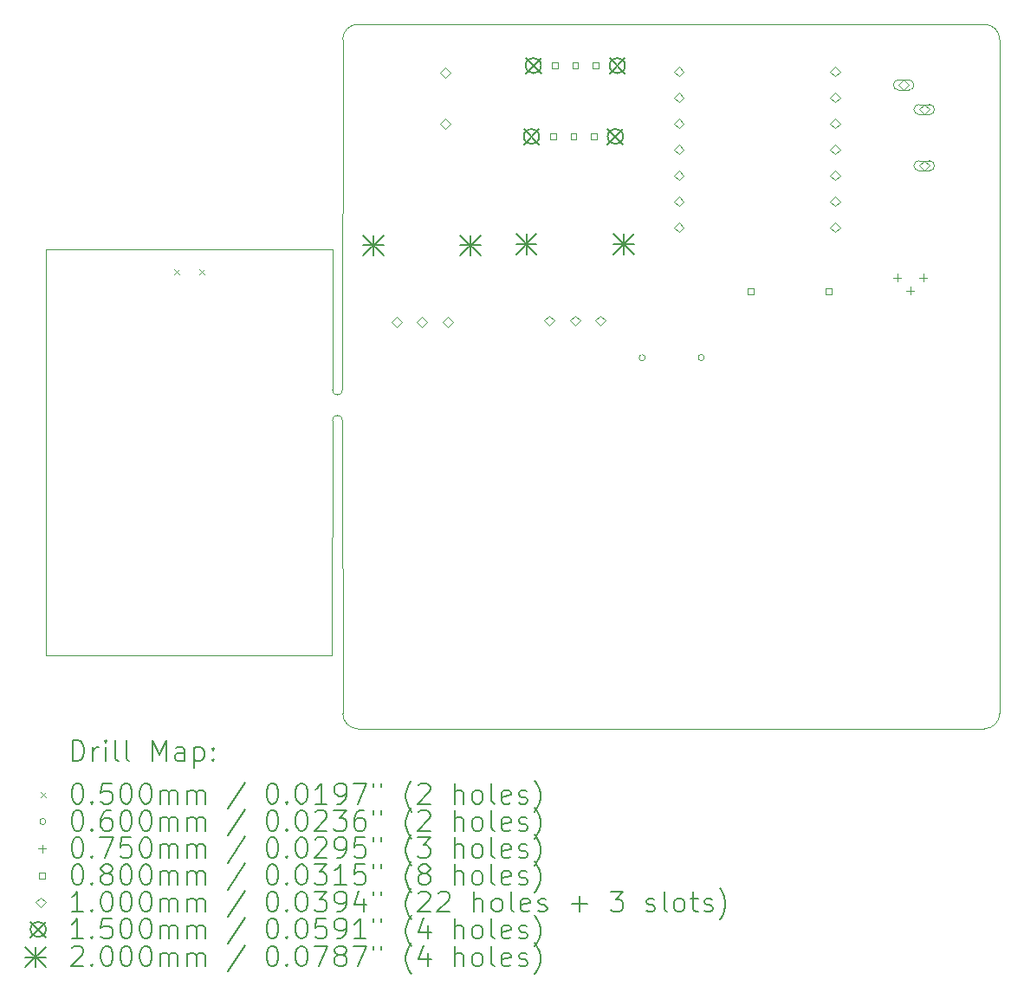
<source format=gbr>
%TF.GenerationSoftware,KiCad,Pcbnew,8.0.5*%
%TF.CreationDate,2025-07-03T02:13:12-07:00*%
%TF.ProjectId,Penguin_Paddle,50656e67-7569-46e5-9f50-6164646c652e, 4*%
%TF.SameCoordinates,Original*%
%TF.FileFunction,Drillmap*%
%TF.FilePolarity,Positive*%
%FSLAX45Y45*%
G04 Gerber Fmt 4.5, Leading zero omitted, Abs format (unit mm)*
G04 Created by KiCad (PCBNEW 8.0.5) date 2025-07-03 02:13:12*
%MOMM*%
%LPD*%
G01*
G04 APERTURE LIST*
%ADD10C,0.050000*%
%ADD11C,0.100000*%
%ADD12C,0.200000*%
%ADD13C,0.150000*%
G04 APERTURE END LIST*
D10*
X19213000Y-8236000D02*
X19212000Y-11661000D01*
X25484000Y-8086000D02*
G75*
G02*
X25634000Y-8236000I0J-150000D01*
G01*
X19363000Y-8086000D02*
X25484000Y-8086000D01*
X19213000Y-8236000D02*
G75*
G02*
X19363000Y-8086000I150000J0D01*
G01*
X19363000Y-14977000D02*
G75*
G02*
X19213000Y-14827000I0J150000D01*
G01*
X25484000Y-14977000D02*
X19363000Y-14977000D01*
X19212000Y-11961000D02*
X19213000Y-14827000D01*
X19110000Y-14261000D02*
X19112000Y-11961000D01*
X16316000Y-10285000D02*
X16315000Y-14261000D01*
X19112000Y-10285000D02*
X16316000Y-10285000D01*
X25634000Y-8236000D02*
X25634000Y-14827000D01*
X25634000Y-14827000D02*
G75*
G02*
X25484000Y-14977000I-150000J0D01*
G01*
X19112000Y-11661000D02*
X19112000Y-10285000D01*
X16315000Y-14261000D02*
X19110000Y-14261000D01*
D11*
X19112000Y-11961000D02*
G75*
G02*
X19212000Y-11961000I50000J0D01*
G01*
X19212000Y-11661000D02*
G75*
G02*
X19112000Y-11661000I-50000J0D01*
G01*
D12*
D11*
X17564000Y-10479000D02*
X17614000Y-10529000D01*
X17614000Y-10479000D02*
X17564000Y-10529000D01*
X17813000Y-10481000D02*
X17863000Y-10531000D01*
X17863000Y-10481000D02*
X17813000Y-10531000D01*
X22171000Y-11348000D02*
G75*
G02*
X22111000Y-11348000I-30000J0D01*
G01*
X22111000Y-11348000D02*
G75*
G02*
X22171000Y-11348000I30000J0D01*
G01*
X22747000Y-11346000D02*
G75*
G02*
X22687000Y-11346000I-30000J0D01*
G01*
X22687000Y-11346000D02*
G75*
G02*
X22747000Y-11346000I30000J0D01*
G01*
X24633000Y-10528500D02*
X24633000Y-10603500D01*
X24595500Y-10566000D02*
X24670500Y-10566000D01*
X24760000Y-10655500D02*
X24760000Y-10730500D01*
X24722500Y-10693000D02*
X24797500Y-10693000D01*
X24887000Y-10528500D02*
X24887000Y-10603500D01*
X24849500Y-10566000D02*
X24924500Y-10566000D01*
X21296285Y-9212285D02*
X21296285Y-9155716D01*
X21239716Y-9155716D01*
X21239716Y-9212285D01*
X21296285Y-9212285D01*
X21315285Y-8519285D02*
X21315285Y-8462716D01*
X21258716Y-8462716D01*
X21258716Y-8519285D01*
X21315285Y-8519285D01*
X21496285Y-9212285D02*
X21496285Y-9155716D01*
X21439716Y-9155716D01*
X21439716Y-9212285D01*
X21496285Y-9212285D01*
X21515285Y-8519285D02*
X21515285Y-8462716D01*
X21458716Y-8462716D01*
X21458716Y-8519285D01*
X21515285Y-8519285D01*
X21696285Y-9212285D02*
X21696285Y-9155716D01*
X21639716Y-9155716D01*
X21639716Y-9212285D01*
X21696285Y-9212285D01*
X21715285Y-8519285D02*
X21715285Y-8462716D01*
X21658716Y-8462716D01*
X21658716Y-8519285D01*
X21715285Y-8519285D01*
X23231284Y-10724285D02*
X23231284Y-10667716D01*
X23174715Y-10667716D01*
X23174715Y-10724285D01*
X23231284Y-10724285D01*
X23993284Y-10724285D02*
X23993284Y-10667716D01*
X23936715Y-10667716D01*
X23936715Y-10724285D01*
X23993284Y-10724285D01*
X19739000Y-11048500D02*
X19789000Y-10998500D01*
X19739000Y-10948500D01*
X19689000Y-10998500D01*
X19739000Y-11048500D01*
X19989000Y-11048500D02*
X20039000Y-10998500D01*
X19989000Y-10948500D01*
X19939000Y-10998500D01*
X19989000Y-11048500D01*
X20217000Y-8608000D02*
X20267000Y-8558000D01*
X20217000Y-8508000D01*
X20167000Y-8558000D01*
X20217000Y-8608000D01*
X20217000Y-9108000D02*
X20267000Y-9058000D01*
X20217000Y-9008000D01*
X20167000Y-9058000D01*
X20217000Y-9108000D01*
X20239000Y-11048500D02*
X20289000Y-10998500D01*
X20239000Y-10948500D01*
X20189000Y-10998500D01*
X20239000Y-11048500D01*
X21233000Y-11035500D02*
X21283000Y-10985500D01*
X21233000Y-10935500D01*
X21183000Y-10985500D01*
X21233000Y-11035500D01*
X21483000Y-11035500D02*
X21533000Y-10985500D01*
X21483000Y-10935500D01*
X21433000Y-10985500D01*
X21483000Y-11035500D01*
X21733000Y-11035500D02*
X21783000Y-10985500D01*
X21733000Y-10935500D01*
X21683000Y-10985500D01*
X21733000Y-11035500D01*
X22498000Y-8598000D02*
X22548000Y-8548000D01*
X22498000Y-8498000D01*
X22448000Y-8548000D01*
X22498000Y-8598000D01*
X22498000Y-8852000D02*
X22548000Y-8802000D01*
X22498000Y-8752000D01*
X22448000Y-8802000D01*
X22498000Y-8852000D01*
X22498000Y-9106000D02*
X22548000Y-9056000D01*
X22498000Y-9006000D01*
X22448000Y-9056000D01*
X22498000Y-9106000D01*
X22498000Y-9360000D02*
X22548000Y-9310000D01*
X22498000Y-9260000D01*
X22448000Y-9310000D01*
X22498000Y-9360000D01*
X22498000Y-9614000D02*
X22548000Y-9564000D01*
X22498000Y-9514000D01*
X22448000Y-9564000D01*
X22498000Y-9614000D01*
X22498000Y-9868000D02*
X22548000Y-9818000D01*
X22498000Y-9768000D01*
X22448000Y-9818000D01*
X22498000Y-9868000D01*
X22498000Y-10122000D02*
X22548000Y-10072000D01*
X22498000Y-10022000D01*
X22448000Y-10072000D01*
X22498000Y-10122000D01*
X24023000Y-8598000D02*
X24073000Y-8548000D01*
X24023000Y-8498000D01*
X23973000Y-8548000D01*
X24023000Y-8598000D01*
X24023000Y-8852000D02*
X24073000Y-8802000D01*
X24023000Y-8752000D01*
X23973000Y-8802000D01*
X24023000Y-8852000D01*
X24023000Y-9106000D02*
X24073000Y-9056000D01*
X24023000Y-9006000D01*
X23973000Y-9056000D01*
X24023000Y-9106000D01*
X24023000Y-9360000D02*
X24073000Y-9310000D01*
X24023000Y-9260000D01*
X23973000Y-9310000D01*
X24023000Y-9360000D01*
X24023000Y-9614000D02*
X24073000Y-9564000D01*
X24023000Y-9514000D01*
X23973000Y-9564000D01*
X24023000Y-9614000D01*
X24023000Y-9868000D02*
X24073000Y-9818000D01*
X24023000Y-9768000D01*
X23973000Y-9818000D01*
X24023000Y-9868000D01*
X24023000Y-10122000D02*
X24073000Y-10072000D01*
X24023000Y-10022000D01*
X23973000Y-10072000D01*
X24023000Y-10122000D01*
X24696000Y-8730000D02*
X24746000Y-8680000D01*
X24696000Y-8630000D01*
X24646000Y-8680000D01*
X24696000Y-8730000D01*
X24646000Y-8730000D02*
X24746000Y-8730000D01*
X24746000Y-8630000D02*
G75*
G02*
X24746000Y-8730000I0J-50000D01*
G01*
X24746000Y-8630000D02*
X24646000Y-8630000D01*
X24646000Y-8630000D02*
G75*
G03*
X24646000Y-8730000I0J-50000D01*
G01*
X24896000Y-8970000D02*
X24946000Y-8920000D01*
X24896000Y-8870000D01*
X24846000Y-8920000D01*
X24896000Y-8970000D01*
X24846000Y-8970000D02*
X24946000Y-8970000D01*
X24946000Y-8870000D02*
G75*
G02*
X24946000Y-8970000I0J-50000D01*
G01*
X24946000Y-8870000D02*
X24846000Y-8870000D01*
X24846000Y-8870000D02*
G75*
G03*
X24846000Y-8970000I0J-50000D01*
G01*
X24896000Y-9520000D02*
X24946000Y-9470000D01*
X24896000Y-9420000D01*
X24846000Y-9470000D01*
X24896000Y-9520000D01*
X24846000Y-9520000D02*
X24946000Y-9520000D01*
X24946000Y-9420000D02*
G75*
G02*
X24946000Y-9520000I0J-50000D01*
G01*
X24946000Y-9420000D02*
X24846000Y-9420000D01*
X24846000Y-9420000D02*
G75*
G03*
X24846000Y-9520000I0J-50000D01*
G01*
D13*
X20983000Y-9109000D02*
X21133000Y-9259000D01*
X21133000Y-9109000D02*
X20983000Y-9259000D01*
X21133000Y-9184000D02*
G75*
G02*
X20983000Y-9184000I-75000J0D01*
G01*
X20983000Y-9184000D02*
G75*
G02*
X21133000Y-9184000I75000J0D01*
G01*
X21002000Y-8416000D02*
X21152000Y-8566000D01*
X21152000Y-8416000D02*
X21002000Y-8566000D01*
X21152000Y-8491000D02*
G75*
G02*
X21002000Y-8491000I-75000J0D01*
G01*
X21002000Y-8491000D02*
G75*
G02*
X21152000Y-8491000I75000J0D01*
G01*
X21803000Y-9109000D02*
X21953000Y-9259000D01*
X21953000Y-9109000D02*
X21803000Y-9259000D01*
X21953000Y-9184000D02*
G75*
G02*
X21803000Y-9184000I-75000J0D01*
G01*
X21803000Y-9184000D02*
G75*
G02*
X21953000Y-9184000I75000J0D01*
G01*
X21822000Y-8416000D02*
X21972000Y-8566000D01*
X21972000Y-8416000D02*
X21822000Y-8566000D01*
X21972000Y-8491000D02*
G75*
G02*
X21822000Y-8491000I-75000J0D01*
G01*
X21822000Y-8491000D02*
G75*
G02*
X21972000Y-8491000I75000J0D01*
G01*
D12*
X19414000Y-10148500D02*
X19614000Y-10348500D01*
X19614000Y-10148500D02*
X19414000Y-10348500D01*
X19514000Y-10148500D02*
X19514000Y-10348500D01*
X19414000Y-10248500D02*
X19614000Y-10248500D01*
X20364000Y-10148500D02*
X20564000Y-10348500D01*
X20564000Y-10148500D02*
X20364000Y-10348500D01*
X20464000Y-10148500D02*
X20464000Y-10348500D01*
X20364000Y-10248500D02*
X20564000Y-10248500D01*
X20908000Y-10135500D02*
X21108000Y-10335500D01*
X21108000Y-10135500D02*
X20908000Y-10335500D01*
X21008000Y-10135500D02*
X21008000Y-10335500D01*
X20908000Y-10235500D02*
X21108000Y-10235500D01*
X21858000Y-10135500D02*
X22058000Y-10335500D01*
X22058000Y-10135500D02*
X21858000Y-10335500D01*
X21958000Y-10135500D02*
X21958000Y-10335500D01*
X21858000Y-10235500D02*
X22058000Y-10235500D01*
X16573277Y-15290984D02*
X16573277Y-15090984D01*
X16573277Y-15090984D02*
X16620896Y-15090984D01*
X16620896Y-15090984D02*
X16649467Y-15100508D01*
X16649467Y-15100508D02*
X16668515Y-15119555D01*
X16668515Y-15119555D02*
X16678039Y-15138603D01*
X16678039Y-15138603D02*
X16687562Y-15176698D01*
X16687562Y-15176698D02*
X16687562Y-15205269D01*
X16687562Y-15205269D02*
X16678039Y-15243365D01*
X16678039Y-15243365D02*
X16668515Y-15262412D01*
X16668515Y-15262412D02*
X16649467Y-15281460D01*
X16649467Y-15281460D02*
X16620896Y-15290984D01*
X16620896Y-15290984D02*
X16573277Y-15290984D01*
X16773277Y-15290984D02*
X16773277Y-15157650D01*
X16773277Y-15195746D02*
X16782801Y-15176698D01*
X16782801Y-15176698D02*
X16792324Y-15167174D01*
X16792324Y-15167174D02*
X16811372Y-15157650D01*
X16811372Y-15157650D02*
X16830420Y-15157650D01*
X16897086Y-15290984D02*
X16897086Y-15157650D01*
X16897086Y-15090984D02*
X16887563Y-15100508D01*
X16887563Y-15100508D02*
X16897086Y-15110031D01*
X16897086Y-15110031D02*
X16906610Y-15100508D01*
X16906610Y-15100508D02*
X16897086Y-15090984D01*
X16897086Y-15090984D02*
X16897086Y-15110031D01*
X17020896Y-15290984D02*
X17001848Y-15281460D01*
X17001848Y-15281460D02*
X16992324Y-15262412D01*
X16992324Y-15262412D02*
X16992324Y-15090984D01*
X17125658Y-15290984D02*
X17106610Y-15281460D01*
X17106610Y-15281460D02*
X17097086Y-15262412D01*
X17097086Y-15262412D02*
X17097086Y-15090984D01*
X17354229Y-15290984D02*
X17354229Y-15090984D01*
X17354229Y-15090984D02*
X17420896Y-15233841D01*
X17420896Y-15233841D02*
X17487563Y-15090984D01*
X17487563Y-15090984D02*
X17487563Y-15290984D01*
X17668515Y-15290984D02*
X17668515Y-15186222D01*
X17668515Y-15186222D02*
X17658991Y-15167174D01*
X17658991Y-15167174D02*
X17639944Y-15157650D01*
X17639944Y-15157650D02*
X17601848Y-15157650D01*
X17601848Y-15157650D02*
X17582801Y-15167174D01*
X17668515Y-15281460D02*
X17649467Y-15290984D01*
X17649467Y-15290984D02*
X17601848Y-15290984D01*
X17601848Y-15290984D02*
X17582801Y-15281460D01*
X17582801Y-15281460D02*
X17573277Y-15262412D01*
X17573277Y-15262412D02*
X17573277Y-15243365D01*
X17573277Y-15243365D02*
X17582801Y-15224317D01*
X17582801Y-15224317D02*
X17601848Y-15214793D01*
X17601848Y-15214793D02*
X17649467Y-15214793D01*
X17649467Y-15214793D02*
X17668515Y-15205269D01*
X17763753Y-15157650D02*
X17763753Y-15357650D01*
X17763753Y-15167174D02*
X17782801Y-15157650D01*
X17782801Y-15157650D02*
X17820896Y-15157650D01*
X17820896Y-15157650D02*
X17839944Y-15167174D01*
X17839944Y-15167174D02*
X17849467Y-15176698D01*
X17849467Y-15176698D02*
X17858991Y-15195746D01*
X17858991Y-15195746D02*
X17858991Y-15252888D01*
X17858991Y-15252888D02*
X17849467Y-15271936D01*
X17849467Y-15271936D02*
X17839944Y-15281460D01*
X17839944Y-15281460D02*
X17820896Y-15290984D01*
X17820896Y-15290984D02*
X17782801Y-15290984D01*
X17782801Y-15290984D02*
X17763753Y-15281460D01*
X17944705Y-15271936D02*
X17954229Y-15281460D01*
X17954229Y-15281460D02*
X17944705Y-15290984D01*
X17944705Y-15290984D02*
X17935182Y-15281460D01*
X17935182Y-15281460D02*
X17944705Y-15271936D01*
X17944705Y-15271936D02*
X17944705Y-15290984D01*
X17944705Y-15167174D02*
X17954229Y-15176698D01*
X17954229Y-15176698D02*
X17944705Y-15186222D01*
X17944705Y-15186222D02*
X17935182Y-15176698D01*
X17935182Y-15176698D02*
X17944705Y-15167174D01*
X17944705Y-15167174D02*
X17944705Y-15186222D01*
D11*
X16262500Y-15594500D02*
X16312500Y-15644500D01*
X16312500Y-15594500D02*
X16262500Y-15644500D01*
D12*
X16611372Y-15510984D02*
X16630420Y-15510984D01*
X16630420Y-15510984D02*
X16649467Y-15520508D01*
X16649467Y-15520508D02*
X16658991Y-15530031D01*
X16658991Y-15530031D02*
X16668515Y-15549079D01*
X16668515Y-15549079D02*
X16678039Y-15587174D01*
X16678039Y-15587174D02*
X16678039Y-15634793D01*
X16678039Y-15634793D02*
X16668515Y-15672888D01*
X16668515Y-15672888D02*
X16658991Y-15691936D01*
X16658991Y-15691936D02*
X16649467Y-15701460D01*
X16649467Y-15701460D02*
X16630420Y-15710984D01*
X16630420Y-15710984D02*
X16611372Y-15710984D01*
X16611372Y-15710984D02*
X16592324Y-15701460D01*
X16592324Y-15701460D02*
X16582801Y-15691936D01*
X16582801Y-15691936D02*
X16573277Y-15672888D01*
X16573277Y-15672888D02*
X16563753Y-15634793D01*
X16563753Y-15634793D02*
X16563753Y-15587174D01*
X16563753Y-15587174D02*
X16573277Y-15549079D01*
X16573277Y-15549079D02*
X16582801Y-15530031D01*
X16582801Y-15530031D02*
X16592324Y-15520508D01*
X16592324Y-15520508D02*
X16611372Y-15510984D01*
X16763753Y-15691936D02*
X16773277Y-15701460D01*
X16773277Y-15701460D02*
X16763753Y-15710984D01*
X16763753Y-15710984D02*
X16754229Y-15701460D01*
X16754229Y-15701460D02*
X16763753Y-15691936D01*
X16763753Y-15691936D02*
X16763753Y-15710984D01*
X16954229Y-15510984D02*
X16858991Y-15510984D01*
X16858991Y-15510984D02*
X16849467Y-15606222D01*
X16849467Y-15606222D02*
X16858991Y-15596698D01*
X16858991Y-15596698D02*
X16878039Y-15587174D01*
X16878039Y-15587174D02*
X16925658Y-15587174D01*
X16925658Y-15587174D02*
X16944705Y-15596698D01*
X16944705Y-15596698D02*
X16954229Y-15606222D01*
X16954229Y-15606222D02*
X16963753Y-15625269D01*
X16963753Y-15625269D02*
X16963753Y-15672888D01*
X16963753Y-15672888D02*
X16954229Y-15691936D01*
X16954229Y-15691936D02*
X16944705Y-15701460D01*
X16944705Y-15701460D02*
X16925658Y-15710984D01*
X16925658Y-15710984D02*
X16878039Y-15710984D01*
X16878039Y-15710984D02*
X16858991Y-15701460D01*
X16858991Y-15701460D02*
X16849467Y-15691936D01*
X17087563Y-15510984D02*
X17106610Y-15510984D01*
X17106610Y-15510984D02*
X17125658Y-15520508D01*
X17125658Y-15520508D02*
X17135182Y-15530031D01*
X17135182Y-15530031D02*
X17144705Y-15549079D01*
X17144705Y-15549079D02*
X17154229Y-15587174D01*
X17154229Y-15587174D02*
X17154229Y-15634793D01*
X17154229Y-15634793D02*
X17144705Y-15672888D01*
X17144705Y-15672888D02*
X17135182Y-15691936D01*
X17135182Y-15691936D02*
X17125658Y-15701460D01*
X17125658Y-15701460D02*
X17106610Y-15710984D01*
X17106610Y-15710984D02*
X17087563Y-15710984D01*
X17087563Y-15710984D02*
X17068515Y-15701460D01*
X17068515Y-15701460D02*
X17058991Y-15691936D01*
X17058991Y-15691936D02*
X17049467Y-15672888D01*
X17049467Y-15672888D02*
X17039944Y-15634793D01*
X17039944Y-15634793D02*
X17039944Y-15587174D01*
X17039944Y-15587174D02*
X17049467Y-15549079D01*
X17049467Y-15549079D02*
X17058991Y-15530031D01*
X17058991Y-15530031D02*
X17068515Y-15520508D01*
X17068515Y-15520508D02*
X17087563Y-15510984D01*
X17278039Y-15510984D02*
X17297086Y-15510984D01*
X17297086Y-15510984D02*
X17316134Y-15520508D01*
X17316134Y-15520508D02*
X17325658Y-15530031D01*
X17325658Y-15530031D02*
X17335182Y-15549079D01*
X17335182Y-15549079D02*
X17344705Y-15587174D01*
X17344705Y-15587174D02*
X17344705Y-15634793D01*
X17344705Y-15634793D02*
X17335182Y-15672888D01*
X17335182Y-15672888D02*
X17325658Y-15691936D01*
X17325658Y-15691936D02*
X17316134Y-15701460D01*
X17316134Y-15701460D02*
X17297086Y-15710984D01*
X17297086Y-15710984D02*
X17278039Y-15710984D01*
X17278039Y-15710984D02*
X17258991Y-15701460D01*
X17258991Y-15701460D02*
X17249467Y-15691936D01*
X17249467Y-15691936D02*
X17239944Y-15672888D01*
X17239944Y-15672888D02*
X17230420Y-15634793D01*
X17230420Y-15634793D02*
X17230420Y-15587174D01*
X17230420Y-15587174D02*
X17239944Y-15549079D01*
X17239944Y-15549079D02*
X17249467Y-15530031D01*
X17249467Y-15530031D02*
X17258991Y-15520508D01*
X17258991Y-15520508D02*
X17278039Y-15510984D01*
X17430420Y-15710984D02*
X17430420Y-15577650D01*
X17430420Y-15596698D02*
X17439944Y-15587174D01*
X17439944Y-15587174D02*
X17458991Y-15577650D01*
X17458991Y-15577650D02*
X17487563Y-15577650D01*
X17487563Y-15577650D02*
X17506610Y-15587174D01*
X17506610Y-15587174D02*
X17516134Y-15606222D01*
X17516134Y-15606222D02*
X17516134Y-15710984D01*
X17516134Y-15606222D02*
X17525658Y-15587174D01*
X17525658Y-15587174D02*
X17544705Y-15577650D01*
X17544705Y-15577650D02*
X17573277Y-15577650D01*
X17573277Y-15577650D02*
X17592325Y-15587174D01*
X17592325Y-15587174D02*
X17601848Y-15606222D01*
X17601848Y-15606222D02*
X17601848Y-15710984D01*
X17697086Y-15710984D02*
X17697086Y-15577650D01*
X17697086Y-15596698D02*
X17706610Y-15587174D01*
X17706610Y-15587174D02*
X17725658Y-15577650D01*
X17725658Y-15577650D02*
X17754229Y-15577650D01*
X17754229Y-15577650D02*
X17773277Y-15587174D01*
X17773277Y-15587174D02*
X17782801Y-15606222D01*
X17782801Y-15606222D02*
X17782801Y-15710984D01*
X17782801Y-15606222D02*
X17792325Y-15587174D01*
X17792325Y-15587174D02*
X17811372Y-15577650D01*
X17811372Y-15577650D02*
X17839944Y-15577650D01*
X17839944Y-15577650D02*
X17858991Y-15587174D01*
X17858991Y-15587174D02*
X17868515Y-15606222D01*
X17868515Y-15606222D02*
X17868515Y-15710984D01*
X18258991Y-15501460D02*
X18087563Y-15758603D01*
X18516134Y-15510984D02*
X18535182Y-15510984D01*
X18535182Y-15510984D02*
X18554229Y-15520508D01*
X18554229Y-15520508D02*
X18563753Y-15530031D01*
X18563753Y-15530031D02*
X18573277Y-15549079D01*
X18573277Y-15549079D02*
X18582801Y-15587174D01*
X18582801Y-15587174D02*
X18582801Y-15634793D01*
X18582801Y-15634793D02*
X18573277Y-15672888D01*
X18573277Y-15672888D02*
X18563753Y-15691936D01*
X18563753Y-15691936D02*
X18554229Y-15701460D01*
X18554229Y-15701460D02*
X18535182Y-15710984D01*
X18535182Y-15710984D02*
X18516134Y-15710984D01*
X18516134Y-15710984D02*
X18497087Y-15701460D01*
X18497087Y-15701460D02*
X18487563Y-15691936D01*
X18487563Y-15691936D02*
X18478039Y-15672888D01*
X18478039Y-15672888D02*
X18468515Y-15634793D01*
X18468515Y-15634793D02*
X18468515Y-15587174D01*
X18468515Y-15587174D02*
X18478039Y-15549079D01*
X18478039Y-15549079D02*
X18487563Y-15530031D01*
X18487563Y-15530031D02*
X18497087Y-15520508D01*
X18497087Y-15520508D02*
X18516134Y-15510984D01*
X18668515Y-15691936D02*
X18678039Y-15701460D01*
X18678039Y-15701460D02*
X18668515Y-15710984D01*
X18668515Y-15710984D02*
X18658991Y-15701460D01*
X18658991Y-15701460D02*
X18668515Y-15691936D01*
X18668515Y-15691936D02*
X18668515Y-15710984D01*
X18801848Y-15510984D02*
X18820896Y-15510984D01*
X18820896Y-15510984D02*
X18839944Y-15520508D01*
X18839944Y-15520508D02*
X18849468Y-15530031D01*
X18849468Y-15530031D02*
X18858991Y-15549079D01*
X18858991Y-15549079D02*
X18868515Y-15587174D01*
X18868515Y-15587174D02*
X18868515Y-15634793D01*
X18868515Y-15634793D02*
X18858991Y-15672888D01*
X18858991Y-15672888D02*
X18849468Y-15691936D01*
X18849468Y-15691936D02*
X18839944Y-15701460D01*
X18839944Y-15701460D02*
X18820896Y-15710984D01*
X18820896Y-15710984D02*
X18801848Y-15710984D01*
X18801848Y-15710984D02*
X18782801Y-15701460D01*
X18782801Y-15701460D02*
X18773277Y-15691936D01*
X18773277Y-15691936D02*
X18763753Y-15672888D01*
X18763753Y-15672888D02*
X18754229Y-15634793D01*
X18754229Y-15634793D02*
X18754229Y-15587174D01*
X18754229Y-15587174D02*
X18763753Y-15549079D01*
X18763753Y-15549079D02*
X18773277Y-15530031D01*
X18773277Y-15530031D02*
X18782801Y-15520508D01*
X18782801Y-15520508D02*
X18801848Y-15510984D01*
X19058991Y-15710984D02*
X18944706Y-15710984D01*
X19001848Y-15710984D02*
X19001848Y-15510984D01*
X19001848Y-15510984D02*
X18982801Y-15539555D01*
X18982801Y-15539555D02*
X18963753Y-15558603D01*
X18963753Y-15558603D02*
X18944706Y-15568127D01*
X19154229Y-15710984D02*
X19192325Y-15710984D01*
X19192325Y-15710984D02*
X19211372Y-15701460D01*
X19211372Y-15701460D02*
X19220896Y-15691936D01*
X19220896Y-15691936D02*
X19239944Y-15663365D01*
X19239944Y-15663365D02*
X19249468Y-15625269D01*
X19249468Y-15625269D02*
X19249468Y-15549079D01*
X19249468Y-15549079D02*
X19239944Y-15530031D01*
X19239944Y-15530031D02*
X19230420Y-15520508D01*
X19230420Y-15520508D02*
X19211372Y-15510984D01*
X19211372Y-15510984D02*
X19173277Y-15510984D01*
X19173277Y-15510984D02*
X19154229Y-15520508D01*
X19154229Y-15520508D02*
X19144706Y-15530031D01*
X19144706Y-15530031D02*
X19135182Y-15549079D01*
X19135182Y-15549079D02*
X19135182Y-15596698D01*
X19135182Y-15596698D02*
X19144706Y-15615746D01*
X19144706Y-15615746D02*
X19154229Y-15625269D01*
X19154229Y-15625269D02*
X19173277Y-15634793D01*
X19173277Y-15634793D02*
X19211372Y-15634793D01*
X19211372Y-15634793D02*
X19230420Y-15625269D01*
X19230420Y-15625269D02*
X19239944Y-15615746D01*
X19239944Y-15615746D02*
X19249468Y-15596698D01*
X19316134Y-15510984D02*
X19449468Y-15510984D01*
X19449468Y-15510984D02*
X19363753Y-15710984D01*
X19516134Y-15510984D02*
X19516134Y-15549079D01*
X19592325Y-15510984D02*
X19592325Y-15549079D01*
X19887563Y-15787174D02*
X19878039Y-15777650D01*
X19878039Y-15777650D02*
X19858991Y-15749079D01*
X19858991Y-15749079D02*
X19849468Y-15730031D01*
X19849468Y-15730031D02*
X19839944Y-15701460D01*
X19839944Y-15701460D02*
X19830420Y-15653841D01*
X19830420Y-15653841D02*
X19830420Y-15615746D01*
X19830420Y-15615746D02*
X19839944Y-15568127D01*
X19839944Y-15568127D02*
X19849468Y-15539555D01*
X19849468Y-15539555D02*
X19858991Y-15520508D01*
X19858991Y-15520508D02*
X19878039Y-15491936D01*
X19878039Y-15491936D02*
X19887563Y-15482412D01*
X19954230Y-15530031D02*
X19963753Y-15520508D01*
X19963753Y-15520508D02*
X19982801Y-15510984D01*
X19982801Y-15510984D02*
X20030420Y-15510984D01*
X20030420Y-15510984D02*
X20049468Y-15520508D01*
X20049468Y-15520508D02*
X20058991Y-15530031D01*
X20058991Y-15530031D02*
X20068515Y-15549079D01*
X20068515Y-15549079D02*
X20068515Y-15568127D01*
X20068515Y-15568127D02*
X20058991Y-15596698D01*
X20058991Y-15596698D02*
X19944706Y-15710984D01*
X19944706Y-15710984D02*
X20068515Y-15710984D01*
X20306611Y-15710984D02*
X20306611Y-15510984D01*
X20392325Y-15710984D02*
X20392325Y-15606222D01*
X20392325Y-15606222D02*
X20382801Y-15587174D01*
X20382801Y-15587174D02*
X20363753Y-15577650D01*
X20363753Y-15577650D02*
X20335182Y-15577650D01*
X20335182Y-15577650D02*
X20316134Y-15587174D01*
X20316134Y-15587174D02*
X20306611Y-15596698D01*
X20516134Y-15710984D02*
X20497087Y-15701460D01*
X20497087Y-15701460D02*
X20487563Y-15691936D01*
X20487563Y-15691936D02*
X20478039Y-15672888D01*
X20478039Y-15672888D02*
X20478039Y-15615746D01*
X20478039Y-15615746D02*
X20487563Y-15596698D01*
X20487563Y-15596698D02*
X20497087Y-15587174D01*
X20497087Y-15587174D02*
X20516134Y-15577650D01*
X20516134Y-15577650D02*
X20544706Y-15577650D01*
X20544706Y-15577650D02*
X20563753Y-15587174D01*
X20563753Y-15587174D02*
X20573277Y-15596698D01*
X20573277Y-15596698D02*
X20582801Y-15615746D01*
X20582801Y-15615746D02*
X20582801Y-15672888D01*
X20582801Y-15672888D02*
X20573277Y-15691936D01*
X20573277Y-15691936D02*
X20563753Y-15701460D01*
X20563753Y-15701460D02*
X20544706Y-15710984D01*
X20544706Y-15710984D02*
X20516134Y-15710984D01*
X20697087Y-15710984D02*
X20678039Y-15701460D01*
X20678039Y-15701460D02*
X20668515Y-15682412D01*
X20668515Y-15682412D02*
X20668515Y-15510984D01*
X20849468Y-15701460D02*
X20830420Y-15710984D01*
X20830420Y-15710984D02*
X20792325Y-15710984D01*
X20792325Y-15710984D02*
X20773277Y-15701460D01*
X20773277Y-15701460D02*
X20763753Y-15682412D01*
X20763753Y-15682412D02*
X20763753Y-15606222D01*
X20763753Y-15606222D02*
X20773277Y-15587174D01*
X20773277Y-15587174D02*
X20792325Y-15577650D01*
X20792325Y-15577650D02*
X20830420Y-15577650D01*
X20830420Y-15577650D02*
X20849468Y-15587174D01*
X20849468Y-15587174D02*
X20858992Y-15606222D01*
X20858992Y-15606222D02*
X20858992Y-15625269D01*
X20858992Y-15625269D02*
X20763753Y-15644317D01*
X20935182Y-15701460D02*
X20954230Y-15710984D01*
X20954230Y-15710984D02*
X20992325Y-15710984D01*
X20992325Y-15710984D02*
X21011373Y-15701460D01*
X21011373Y-15701460D02*
X21020896Y-15682412D01*
X21020896Y-15682412D02*
X21020896Y-15672888D01*
X21020896Y-15672888D02*
X21011373Y-15653841D01*
X21011373Y-15653841D02*
X20992325Y-15644317D01*
X20992325Y-15644317D02*
X20963753Y-15644317D01*
X20963753Y-15644317D02*
X20944706Y-15634793D01*
X20944706Y-15634793D02*
X20935182Y-15615746D01*
X20935182Y-15615746D02*
X20935182Y-15606222D01*
X20935182Y-15606222D02*
X20944706Y-15587174D01*
X20944706Y-15587174D02*
X20963753Y-15577650D01*
X20963753Y-15577650D02*
X20992325Y-15577650D01*
X20992325Y-15577650D02*
X21011373Y-15587174D01*
X21087563Y-15787174D02*
X21097087Y-15777650D01*
X21097087Y-15777650D02*
X21116134Y-15749079D01*
X21116134Y-15749079D02*
X21125658Y-15730031D01*
X21125658Y-15730031D02*
X21135182Y-15701460D01*
X21135182Y-15701460D02*
X21144706Y-15653841D01*
X21144706Y-15653841D02*
X21144706Y-15615746D01*
X21144706Y-15615746D02*
X21135182Y-15568127D01*
X21135182Y-15568127D02*
X21125658Y-15539555D01*
X21125658Y-15539555D02*
X21116134Y-15520508D01*
X21116134Y-15520508D02*
X21097087Y-15491936D01*
X21097087Y-15491936D02*
X21087563Y-15482412D01*
D11*
X16312500Y-15883500D02*
G75*
G02*
X16252500Y-15883500I-30000J0D01*
G01*
X16252500Y-15883500D02*
G75*
G02*
X16312500Y-15883500I30000J0D01*
G01*
D12*
X16611372Y-15774984D02*
X16630420Y-15774984D01*
X16630420Y-15774984D02*
X16649467Y-15784508D01*
X16649467Y-15784508D02*
X16658991Y-15794031D01*
X16658991Y-15794031D02*
X16668515Y-15813079D01*
X16668515Y-15813079D02*
X16678039Y-15851174D01*
X16678039Y-15851174D02*
X16678039Y-15898793D01*
X16678039Y-15898793D02*
X16668515Y-15936888D01*
X16668515Y-15936888D02*
X16658991Y-15955936D01*
X16658991Y-15955936D02*
X16649467Y-15965460D01*
X16649467Y-15965460D02*
X16630420Y-15974984D01*
X16630420Y-15974984D02*
X16611372Y-15974984D01*
X16611372Y-15974984D02*
X16592324Y-15965460D01*
X16592324Y-15965460D02*
X16582801Y-15955936D01*
X16582801Y-15955936D02*
X16573277Y-15936888D01*
X16573277Y-15936888D02*
X16563753Y-15898793D01*
X16563753Y-15898793D02*
X16563753Y-15851174D01*
X16563753Y-15851174D02*
X16573277Y-15813079D01*
X16573277Y-15813079D02*
X16582801Y-15794031D01*
X16582801Y-15794031D02*
X16592324Y-15784508D01*
X16592324Y-15784508D02*
X16611372Y-15774984D01*
X16763753Y-15955936D02*
X16773277Y-15965460D01*
X16773277Y-15965460D02*
X16763753Y-15974984D01*
X16763753Y-15974984D02*
X16754229Y-15965460D01*
X16754229Y-15965460D02*
X16763753Y-15955936D01*
X16763753Y-15955936D02*
X16763753Y-15974984D01*
X16944705Y-15774984D02*
X16906610Y-15774984D01*
X16906610Y-15774984D02*
X16887563Y-15784508D01*
X16887563Y-15784508D02*
X16878039Y-15794031D01*
X16878039Y-15794031D02*
X16858991Y-15822603D01*
X16858991Y-15822603D02*
X16849467Y-15860698D01*
X16849467Y-15860698D02*
X16849467Y-15936888D01*
X16849467Y-15936888D02*
X16858991Y-15955936D01*
X16858991Y-15955936D02*
X16868515Y-15965460D01*
X16868515Y-15965460D02*
X16887563Y-15974984D01*
X16887563Y-15974984D02*
X16925658Y-15974984D01*
X16925658Y-15974984D02*
X16944705Y-15965460D01*
X16944705Y-15965460D02*
X16954229Y-15955936D01*
X16954229Y-15955936D02*
X16963753Y-15936888D01*
X16963753Y-15936888D02*
X16963753Y-15889269D01*
X16963753Y-15889269D02*
X16954229Y-15870222D01*
X16954229Y-15870222D02*
X16944705Y-15860698D01*
X16944705Y-15860698D02*
X16925658Y-15851174D01*
X16925658Y-15851174D02*
X16887563Y-15851174D01*
X16887563Y-15851174D02*
X16868515Y-15860698D01*
X16868515Y-15860698D02*
X16858991Y-15870222D01*
X16858991Y-15870222D02*
X16849467Y-15889269D01*
X17087563Y-15774984D02*
X17106610Y-15774984D01*
X17106610Y-15774984D02*
X17125658Y-15784508D01*
X17125658Y-15784508D02*
X17135182Y-15794031D01*
X17135182Y-15794031D02*
X17144705Y-15813079D01*
X17144705Y-15813079D02*
X17154229Y-15851174D01*
X17154229Y-15851174D02*
X17154229Y-15898793D01*
X17154229Y-15898793D02*
X17144705Y-15936888D01*
X17144705Y-15936888D02*
X17135182Y-15955936D01*
X17135182Y-15955936D02*
X17125658Y-15965460D01*
X17125658Y-15965460D02*
X17106610Y-15974984D01*
X17106610Y-15974984D02*
X17087563Y-15974984D01*
X17087563Y-15974984D02*
X17068515Y-15965460D01*
X17068515Y-15965460D02*
X17058991Y-15955936D01*
X17058991Y-15955936D02*
X17049467Y-15936888D01*
X17049467Y-15936888D02*
X17039944Y-15898793D01*
X17039944Y-15898793D02*
X17039944Y-15851174D01*
X17039944Y-15851174D02*
X17049467Y-15813079D01*
X17049467Y-15813079D02*
X17058991Y-15794031D01*
X17058991Y-15794031D02*
X17068515Y-15784508D01*
X17068515Y-15784508D02*
X17087563Y-15774984D01*
X17278039Y-15774984D02*
X17297086Y-15774984D01*
X17297086Y-15774984D02*
X17316134Y-15784508D01*
X17316134Y-15784508D02*
X17325658Y-15794031D01*
X17325658Y-15794031D02*
X17335182Y-15813079D01*
X17335182Y-15813079D02*
X17344705Y-15851174D01*
X17344705Y-15851174D02*
X17344705Y-15898793D01*
X17344705Y-15898793D02*
X17335182Y-15936888D01*
X17335182Y-15936888D02*
X17325658Y-15955936D01*
X17325658Y-15955936D02*
X17316134Y-15965460D01*
X17316134Y-15965460D02*
X17297086Y-15974984D01*
X17297086Y-15974984D02*
X17278039Y-15974984D01*
X17278039Y-15974984D02*
X17258991Y-15965460D01*
X17258991Y-15965460D02*
X17249467Y-15955936D01*
X17249467Y-15955936D02*
X17239944Y-15936888D01*
X17239944Y-15936888D02*
X17230420Y-15898793D01*
X17230420Y-15898793D02*
X17230420Y-15851174D01*
X17230420Y-15851174D02*
X17239944Y-15813079D01*
X17239944Y-15813079D02*
X17249467Y-15794031D01*
X17249467Y-15794031D02*
X17258991Y-15784508D01*
X17258991Y-15784508D02*
X17278039Y-15774984D01*
X17430420Y-15974984D02*
X17430420Y-15841650D01*
X17430420Y-15860698D02*
X17439944Y-15851174D01*
X17439944Y-15851174D02*
X17458991Y-15841650D01*
X17458991Y-15841650D02*
X17487563Y-15841650D01*
X17487563Y-15841650D02*
X17506610Y-15851174D01*
X17506610Y-15851174D02*
X17516134Y-15870222D01*
X17516134Y-15870222D02*
X17516134Y-15974984D01*
X17516134Y-15870222D02*
X17525658Y-15851174D01*
X17525658Y-15851174D02*
X17544705Y-15841650D01*
X17544705Y-15841650D02*
X17573277Y-15841650D01*
X17573277Y-15841650D02*
X17592325Y-15851174D01*
X17592325Y-15851174D02*
X17601848Y-15870222D01*
X17601848Y-15870222D02*
X17601848Y-15974984D01*
X17697086Y-15974984D02*
X17697086Y-15841650D01*
X17697086Y-15860698D02*
X17706610Y-15851174D01*
X17706610Y-15851174D02*
X17725658Y-15841650D01*
X17725658Y-15841650D02*
X17754229Y-15841650D01*
X17754229Y-15841650D02*
X17773277Y-15851174D01*
X17773277Y-15851174D02*
X17782801Y-15870222D01*
X17782801Y-15870222D02*
X17782801Y-15974984D01*
X17782801Y-15870222D02*
X17792325Y-15851174D01*
X17792325Y-15851174D02*
X17811372Y-15841650D01*
X17811372Y-15841650D02*
X17839944Y-15841650D01*
X17839944Y-15841650D02*
X17858991Y-15851174D01*
X17858991Y-15851174D02*
X17868515Y-15870222D01*
X17868515Y-15870222D02*
X17868515Y-15974984D01*
X18258991Y-15765460D02*
X18087563Y-16022603D01*
X18516134Y-15774984D02*
X18535182Y-15774984D01*
X18535182Y-15774984D02*
X18554229Y-15784508D01*
X18554229Y-15784508D02*
X18563753Y-15794031D01*
X18563753Y-15794031D02*
X18573277Y-15813079D01*
X18573277Y-15813079D02*
X18582801Y-15851174D01*
X18582801Y-15851174D02*
X18582801Y-15898793D01*
X18582801Y-15898793D02*
X18573277Y-15936888D01*
X18573277Y-15936888D02*
X18563753Y-15955936D01*
X18563753Y-15955936D02*
X18554229Y-15965460D01*
X18554229Y-15965460D02*
X18535182Y-15974984D01*
X18535182Y-15974984D02*
X18516134Y-15974984D01*
X18516134Y-15974984D02*
X18497087Y-15965460D01*
X18497087Y-15965460D02*
X18487563Y-15955936D01*
X18487563Y-15955936D02*
X18478039Y-15936888D01*
X18478039Y-15936888D02*
X18468515Y-15898793D01*
X18468515Y-15898793D02*
X18468515Y-15851174D01*
X18468515Y-15851174D02*
X18478039Y-15813079D01*
X18478039Y-15813079D02*
X18487563Y-15794031D01*
X18487563Y-15794031D02*
X18497087Y-15784508D01*
X18497087Y-15784508D02*
X18516134Y-15774984D01*
X18668515Y-15955936D02*
X18678039Y-15965460D01*
X18678039Y-15965460D02*
X18668515Y-15974984D01*
X18668515Y-15974984D02*
X18658991Y-15965460D01*
X18658991Y-15965460D02*
X18668515Y-15955936D01*
X18668515Y-15955936D02*
X18668515Y-15974984D01*
X18801848Y-15774984D02*
X18820896Y-15774984D01*
X18820896Y-15774984D02*
X18839944Y-15784508D01*
X18839944Y-15784508D02*
X18849468Y-15794031D01*
X18849468Y-15794031D02*
X18858991Y-15813079D01*
X18858991Y-15813079D02*
X18868515Y-15851174D01*
X18868515Y-15851174D02*
X18868515Y-15898793D01*
X18868515Y-15898793D02*
X18858991Y-15936888D01*
X18858991Y-15936888D02*
X18849468Y-15955936D01*
X18849468Y-15955936D02*
X18839944Y-15965460D01*
X18839944Y-15965460D02*
X18820896Y-15974984D01*
X18820896Y-15974984D02*
X18801848Y-15974984D01*
X18801848Y-15974984D02*
X18782801Y-15965460D01*
X18782801Y-15965460D02*
X18773277Y-15955936D01*
X18773277Y-15955936D02*
X18763753Y-15936888D01*
X18763753Y-15936888D02*
X18754229Y-15898793D01*
X18754229Y-15898793D02*
X18754229Y-15851174D01*
X18754229Y-15851174D02*
X18763753Y-15813079D01*
X18763753Y-15813079D02*
X18773277Y-15794031D01*
X18773277Y-15794031D02*
X18782801Y-15784508D01*
X18782801Y-15784508D02*
X18801848Y-15774984D01*
X18944706Y-15794031D02*
X18954229Y-15784508D01*
X18954229Y-15784508D02*
X18973277Y-15774984D01*
X18973277Y-15774984D02*
X19020896Y-15774984D01*
X19020896Y-15774984D02*
X19039944Y-15784508D01*
X19039944Y-15784508D02*
X19049468Y-15794031D01*
X19049468Y-15794031D02*
X19058991Y-15813079D01*
X19058991Y-15813079D02*
X19058991Y-15832127D01*
X19058991Y-15832127D02*
X19049468Y-15860698D01*
X19049468Y-15860698D02*
X18935182Y-15974984D01*
X18935182Y-15974984D02*
X19058991Y-15974984D01*
X19125658Y-15774984D02*
X19249468Y-15774984D01*
X19249468Y-15774984D02*
X19182801Y-15851174D01*
X19182801Y-15851174D02*
X19211372Y-15851174D01*
X19211372Y-15851174D02*
X19230420Y-15860698D01*
X19230420Y-15860698D02*
X19239944Y-15870222D01*
X19239944Y-15870222D02*
X19249468Y-15889269D01*
X19249468Y-15889269D02*
X19249468Y-15936888D01*
X19249468Y-15936888D02*
X19239944Y-15955936D01*
X19239944Y-15955936D02*
X19230420Y-15965460D01*
X19230420Y-15965460D02*
X19211372Y-15974984D01*
X19211372Y-15974984D02*
X19154229Y-15974984D01*
X19154229Y-15974984D02*
X19135182Y-15965460D01*
X19135182Y-15965460D02*
X19125658Y-15955936D01*
X19420896Y-15774984D02*
X19382801Y-15774984D01*
X19382801Y-15774984D02*
X19363753Y-15784508D01*
X19363753Y-15784508D02*
X19354229Y-15794031D01*
X19354229Y-15794031D02*
X19335182Y-15822603D01*
X19335182Y-15822603D02*
X19325658Y-15860698D01*
X19325658Y-15860698D02*
X19325658Y-15936888D01*
X19325658Y-15936888D02*
X19335182Y-15955936D01*
X19335182Y-15955936D02*
X19344706Y-15965460D01*
X19344706Y-15965460D02*
X19363753Y-15974984D01*
X19363753Y-15974984D02*
X19401849Y-15974984D01*
X19401849Y-15974984D02*
X19420896Y-15965460D01*
X19420896Y-15965460D02*
X19430420Y-15955936D01*
X19430420Y-15955936D02*
X19439944Y-15936888D01*
X19439944Y-15936888D02*
X19439944Y-15889269D01*
X19439944Y-15889269D02*
X19430420Y-15870222D01*
X19430420Y-15870222D02*
X19420896Y-15860698D01*
X19420896Y-15860698D02*
X19401849Y-15851174D01*
X19401849Y-15851174D02*
X19363753Y-15851174D01*
X19363753Y-15851174D02*
X19344706Y-15860698D01*
X19344706Y-15860698D02*
X19335182Y-15870222D01*
X19335182Y-15870222D02*
X19325658Y-15889269D01*
X19516134Y-15774984D02*
X19516134Y-15813079D01*
X19592325Y-15774984D02*
X19592325Y-15813079D01*
X19887563Y-16051174D02*
X19878039Y-16041650D01*
X19878039Y-16041650D02*
X19858991Y-16013079D01*
X19858991Y-16013079D02*
X19849468Y-15994031D01*
X19849468Y-15994031D02*
X19839944Y-15965460D01*
X19839944Y-15965460D02*
X19830420Y-15917841D01*
X19830420Y-15917841D02*
X19830420Y-15879746D01*
X19830420Y-15879746D02*
X19839944Y-15832127D01*
X19839944Y-15832127D02*
X19849468Y-15803555D01*
X19849468Y-15803555D02*
X19858991Y-15784508D01*
X19858991Y-15784508D02*
X19878039Y-15755936D01*
X19878039Y-15755936D02*
X19887563Y-15746412D01*
X19954230Y-15794031D02*
X19963753Y-15784508D01*
X19963753Y-15784508D02*
X19982801Y-15774984D01*
X19982801Y-15774984D02*
X20030420Y-15774984D01*
X20030420Y-15774984D02*
X20049468Y-15784508D01*
X20049468Y-15784508D02*
X20058991Y-15794031D01*
X20058991Y-15794031D02*
X20068515Y-15813079D01*
X20068515Y-15813079D02*
X20068515Y-15832127D01*
X20068515Y-15832127D02*
X20058991Y-15860698D01*
X20058991Y-15860698D02*
X19944706Y-15974984D01*
X19944706Y-15974984D02*
X20068515Y-15974984D01*
X20306611Y-15974984D02*
X20306611Y-15774984D01*
X20392325Y-15974984D02*
X20392325Y-15870222D01*
X20392325Y-15870222D02*
X20382801Y-15851174D01*
X20382801Y-15851174D02*
X20363753Y-15841650D01*
X20363753Y-15841650D02*
X20335182Y-15841650D01*
X20335182Y-15841650D02*
X20316134Y-15851174D01*
X20316134Y-15851174D02*
X20306611Y-15860698D01*
X20516134Y-15974984D02*
X20497087Y-15965460D01*
X20497087Y-15965460D02*
X20487563Y-15955936D01*
X20487563Y-15955936D02*
X20478039Y-15936888D01*
X20478039Y-15936888D02*
X20478039Y-15879746D01*
X20478039Y-15879746D02*
X20487563Y-15860698D01*
X20487563Y-15860698D02*
X20497087Y-15851174D01*
X20497087Y-15851174D02*
X20516134Y-15841650D01*
X20516134Y-15841650D02*
X20544706Y-15841650D01*
X20544706Y-15841650D02*
X20563753Y-15851174D01*
X20563753Y-15851174D02*
X20573277Y-15860698D01*
X20573277Y-15860698D02*
X20582801Y-15879746D01*
X20582801Y-15879746D02*
X20582801Y-15936888D01*
X20582801Y-15936888D02*
X20573277Y-15955936D01*
X20573277Y-15955936D02*
X20563753Y-15965460D01*
X20563753Y-15965460D02*
X20544706Y-15974984D01*
X20544706Y-15974984D02*
X20516134Y-15974984D01*
X20697087Y-15974984D02*
X20678039Y-15965460D01*
X20678039Y-15965460D02*
X20668515Y-15946412D01*
X20668515Y-15946412D02*
X20668515Y-15774984D01*
X20849468Y-15965460D02*
X20830420Y-15974984D01*
X20830420Y-15974984D02*
X20792325Y-15974984D01*
X20792325Y-15974984D02*
X20773277Y-15965460D01*
X20773277Y-15965460D02*
X20763753Y-15946412D01*
X20763753Y-15946412D02*
X20763753Y-15870222D01*
X20763753Y-15870222D02*
X20773277Y-15851174D01*
X20773277Y-15851174D02*
X20792325Y-15841650D01*
X20792325Y-15841650D02*
X20830420Y-15841650D01*
X20830420Y-15841650D02*
X20849468Y-15851174D01*
X20849468Y-15851174D02*
X20858992Y-15870222D01*
X20858992Y-15870222D02*
X20858992Y-15889269D01*
X20858992Y-15889269D02*
X20763753Y-15908317D01*
X20935182Y-15965460D02*
X20954230Y-15974984D01*
X20954230Y-15974984D02*
X20992325Y-15974984D01*
X20992325Y-15974984D02*
X21011373Y-15965460D01*
X21011373Y-15965460D02*
X21020896Y-15946412D01*
X21020896Y-15946412D02*
X21020896Y-15936888D01*
X21020896Y-15936888D02*
X21011373Y-15917841D01*
X21011373Y-15917841D02*
X20992325Y-15908317D01*
X20992325Y-15908317D02*
X20963753Y-15908317D01*
X20963753Y-15908317D02*
X20944706Y-15898793D01*
X20944706Y-15898793D02*
X20935182Y-15879746D01*
X20935182Y-15879746D02*
X20935182Y-15870222D01*
X20935182Y-15870222D02*
X20944706Y-15851174D01*
X20944706Y-15851174D02*
X20963753Y-15841650D01*
X20963753Y-15841650D02*
X20992325Y-15841650D01*
X20992325Y-15841650D02*
X21011373Y-15851174D01*
X21087563Y-16051174D02*
X21097087Y-16041650D01*
X21097087Y-16041650D02*
X21116134Y-16013079D01*
X21116134Y-16013079D02*
X21125658Y-15994031D01*
X21125658Y-15994031D02*
X21135182Y-15965460D01*
X21135182Y-15965460D02*
X21144706Y-15917841D01*
X21144706Y-15917841D02*
X21144706Y-15879746D01*
X21144706Y-15879746D02*
X21135182Y-15832127D01*
X21135182Y-15832127D02*
X21125658Y-15803555D01*
X21125658Y-15803555D02*
X21116134Y-15784508D01*
X21116134Y-15784508D02*
X21097087Y-15755936D01*
X21097087Y-15755936D02*
X21087563Y-15746412D01*
D11*
X16275000Y-16110000D02*
X16275000Y-16185000D01*
X16237500Y-16147500D02*
X16312500Y-16147500D01*
D12*
X16611372Y-16038984D02*
X16630420Y-16038984D01*
X16630420Y-16038984D02*
X16649467Y-16048508D01*
X16649467Y-16048508D02*
X16658991Y-16058031D01*
X16658991Y-16058031D02*
X16668515Y-16077079D01*
X16668515Y-16077079D02*
X16678039Y-16115174D01*
X16678039Y-16115174D02*
X16678039Y-16162793D01*
X16678039Y-16162793D02*
X16668515Y-16200888D01*
X16668515Y-16200888D02*
X16658991Y-16219936D01*
X16658991Y-16219936D02*
X16649467Y-16229460D01*
X16649467Y-16229460D02*
X16630420Y-16238984D01*
X16630420Y-16238984D02*
X16611372Y-16238984D01*
X16611372Y-16238984D02*
X16592324Y-16229460D01*
X16592324Y-16229460D02*
X16582801Y-16219936D01*
X16582801Y-16219936D02*
X16573277Y-16200888D01*
X16573277Y-16200888D02*
X16563753Y-16162793D01*
X16563753Y-16162793D02*
X16563753Y-16115174D01*
X16563753Y-16115174D02*
X16573277Y-16077079D01*
X16573277Y-16077079D02*
X16582801Y-16058031D01*
X16582801Y-16058031D02*
X16592324Y-16048508D01*
X16592324Y-16048508D02*
X16611372Y-16038984D01*
X16763753Y-16219936D02*
X16773277Y-16229460D01*
X16773277Y-16229460D02*
X16763753Y-16238984D01*
X16763753Y-16238984D02*
X16754229Y-16229460D01*
X16754229Y-16229460D02*
X16763753Y-16219936D01*
X16763753Y-16219936D02*
X16763753Y-16238984D01*
X16839944Y-16038984D02*
X16973277Y-16038984D01*
X16973277Y-16038984D02*
X16887563Y-16238984D01*
X17144705Y-16038984D02*
X17049467Y-16038984D01*
X17049467Y-16038984D02*
X17039944Y-16134222D01*
X17039944Y-16134222D02*
X17049467Y-16124698D01*
X17049467Y-16124698D02*
X17068515Y-16115174D01*
X17068515Y-16115174D02*
X17116134Y-16115174D01*
X17116134Y-16115174D02*
X17135182Y-16124698D01*
X17135182Y-16124698D02*
X17144705Y-16134222D01*
X17144705Y-16134222D02*
X17154229Y-16153269D01*
X17154229Y-16153269D02*
X17154229Y-16200888D01*
X17154229Y-16200888D02*
X17144705Y-16219936D01*
X17144705Y-16219936D02*
X17135182Y-16229460D01*
X17135182Y-16229460D02*
X17116134Y-16238984D01*
X17116134Y-16238984D02*
X17068515Y-16238984D01*
X17068515Y-16238984D02*
X17049467Y-16229460D01*
X17049467Y-16229460D02*
X17039944Y-16219936D01*
X17278039Y-16038984D02*
X17297086Y-16038984D01*
X17297086Y-16038984D02*
X17316134Y-16048508D01*
X17316134Y-16048508D02*
X17325658Y-16058031D01*
X17325658Y-16058031D02*
X17335182Y-16077079D01*
X17335182Y-16077079D02*
X17344705Y-16115174D01*
X17344705Y-16115174D02*
X17344705Y-16162793D01*
X17344705Y-16162793D02*
X17335182Y-16200888D01*
X17335182Y-16200888D02*
X17325658Y-16219936D01*
X17325658Y-16219936D02*
X17316134Y-16229460D01*
X17316134Y-16229460D02*
X17297086Y-16238984D01*
X17297086Y-16238984D02*
X17278039Y-16238984D01*
X17278039Y-16238984D02*
X17258991Y-16229460D01*
X17258991Y-16229460D02*
X17249467Y-16219936D01*
X17249467Y-16219936D02*
X17239944Y-16200888D01*
X17239944Y-16200888D02*
X17230420Y-16162793D01*
X17230420Y-16162793D02*
X17230420Y-16115174D01*
X17230420Y-16115174D02*
X17239944Y-16077079D01*
X17239944Y-16077079D02*
X17249467Y-16058031D01*
X17249467Y-16058031D02*
X17258991Y-16048508D01*
X17258991Y-16048508D02*
X17278039Y-16038984D01*
X17430420Y-16238984D02*
X17430420Y-16105650D01*
X17430420Y-16124698D02*
X17439944Y-16115174D01*
X17439944Y-16115174D02*
X17458991Y-16105650D01*
X17458991Y-16105650D02*
X17487563Y-16105650D01*
X17487563Y-16105650D02*
X17506610Y-16115174D01*
X17506610Y-16115174D02*
X17516134Y-16134222D01*
X17516134Y-16134222D02*
X17516134Y-16238984D01*
X17516134Y-16134222D02*
X17525658Y-16115174D01*
X17525658Y-16115174D02*
X17544705Y-16105650D01*
X17544705Y-16105650D02*
X17573277Y-16105650D01*
X17573277Y-16105650D02*
X17592325Y-16115174D01*
X17592325Y-16115174D02*
X17601848Y-16134222D01*
X17601848Y-16134222D02*
X17601848Y-16238984D01*
X17697086Y-16238984D02*
X17697086Y-16105650D01*
X17697086Y-16124698D02*
X17706610Y-16115174D01*
X17706610Y-16115174D02*
X17725658Y-16105650D01*
X17725658Y-16105650D02*
X17754229Y-16105650D01*
X17754229Y-16105650D02*
X17773277Y-16115174D01*
X17773277Y-16115174D02*
X17782801Y-16134222D01*
X17782801Y-16134222D02*
X17782801Y-16238984D01*
X17782801Y-16134222D02*
X17792325Y-16115174D01*
X17792325Y-16115174D02*
X17811372Y-16105650D01*
X17811372Y-16105650D02*
X17839944Y-16105650D01*
X17839944Y-16105650D02*
X17858991Y-16115174D01*
X17858991Y-16115174D02*
X17868515Y-16134222D01*
X17868515Y-16134222D02*
X17868515Y-16238984D01*
X18258991Y-16029460D02*
X18087563Y-16286603D01*
X18516134Y-16038984D02*
X18535182Y-16038984D01*
X18535182Y-16038984D02*
X18554229Y-16048508D01*
X18554229Y-16048508D02*
X18563753Y-16058031D01*
X18563753Y-16058031D02*
X18573277Y-16077079D01*
X18573277Y-16077079D02*
X18582801Y-16115174D01*
X18582801Y-16115174D02*
X18582801Y-16162793D01*
X18582801Y-16162793D02*
X18573277Y-16200888D01*
X18573277Y-16200888D02*
X18563753Y-16219936D01*
X18563753Y-16219936D02*
X18554229Y-16229460D01*
X18554229Y-16229460D02*
X18535182Y-16238984D01*
X18535182Y-16238984D02*
X18516134Y-16238984D01*
X18516134Y-16238984D02*
X18497087Y-16229460D01*
X18497087Y-16229460D02*
X18487563Y-16219936D01*
X18487563Y-16219936D02*
X18478039Y-16200888D01*
X18478039Y-16200888D02*
X18468515Y-16162793D01*
X18468515Y-16162793D02*
X18468515Y-16115174D01*
X18468515Y-16115174D02*
X18478039Y-16077079D01*
X18478039Y-16077079D02*
X18487563Y-16058031D01*
X18487563Y-16058031D02*
X18497087Y-16048508D01*
X18497087Y-16048508D02*
X18516134Y-16038984D01*
X18668515Y-16219936D02*
X18678039Y-16229460D01*
X18678039Y-16229460D02*
X18668515Y-16238984D01*
X18668515Y-16238984D02*
X18658991Y-16229460D01*
X18658991Y-16229460D02*
X18668515Y-16219936D01*
X18668515Y-16219936D02*
X18668515Y-16238984D01*
X18801848Y-16038984D02*
X18820896Y-16038984D01*
X18820896Y-16038984D02*
X18839944Y-16048508D01*
X18839944Y-16048508D02*
X18849468Y-16058031D01*
X18849468Y-16058031D02*
X18858991Y-16077079D01*
X18858991Y-16077079D02*
X18868515Y-16115174D01*
X18868515Y-16115174D02*
X18868515Y-16162793D01*
X18868515Y-16162793D02*
X18858991Y-16200888D01*
X18858991Y-16200888D02*
X18849468Y-16219936D01*
X18849468Y-16219936D02*
X18839944Y-16229460D01*
X18839944Y-16229460D02*
X18820896Y-16238984D01*
X18820896Y-16238984D02*
X18801848Y-16238984D01*
X18801848Y-16238984D02*
X18782801Y-16229460D01*
X18782801Y-16229460D02*
X18773277Y-16219936D01*
X18773277Y-16219936D02*
X18763753Y-16200888D01*
X18763753Y-16200888D02*
X18754229Y-16162793D01*
X18754229Y-16162793D02*
X18754229Y-16115174D01*
X18754229Y-16115174D02*
X18763753Y-16077079D01*
X18763753Y-16077079D02*
X18773277Y-16058031D01*
X18773277Y-16058031D02*
X18782801Y-16048508D01*
X18782801Y-16048508D02*
X18801848Y-16038984D01*
X18944706Y-16058031D02*
X18954229Y-16048508D01*
X18954229Y-16048508D02*
X18973277Y-16038984D01*
X18973277Y-16038984D02*
X19020896Y-16038984D01*
X19020896Y-16038984D02*
X19039944Y-16048508D01*
X19039944Y-16048508D02*
X19049468Y-16058031D01*
X19049468Y-16058031D02*
X19058991Y-16077079D01*
X19058991Y-16077079D02*
X19058991Y-16096127D01*
X19058991Y-16096127D02*
X19049468Y-16124698D01*
X19049468Y-16124698D02*
X18935182Y-16238984D01*
X18935182Y-16238984D02*
X19058991Y-16238984D01*
X19154229Y-16238984D02*
X19192325Y-16238984D01*
X19192325Y-16238984D02*
X19211372Y-16229460D01*
X19211372Y-16229460D02*
X19220896Y-16219936D01*
X19220896Y-16219936D02*
X19239944Y-16191365D01*
X19239944Y-16191365D02*
X19249468Y-16153269D01*
X19249468Y-16153269D02*
X19249468Y-16077079D01*
X19249468Y-16077079D02*
X19239944Y-16058031D01*
X19239944Y-16058031D02*
X19230420Y-16048508D01*
X19230420Y-16048508D02*
X19211372Y-16038984D01*
X19211372Y-16038984D02*
X19173277Y-16038984D01*
X19173277Y-16038984D02*
X19154229Y-16048508D01*
X19154229Y-16048508D02*
X19144706Y-16058031D01*
X19144706Y-16058031D02*
X19135182Y-16077079D01*
X19135182Y-16077079D02*
X19135182Y-16124698D01*
X19135182Y-16124698D02*
X19144706Y-16143746D01*
X19144706Y-16143746D02*
X19154229Y-16153269D01*
X19154229Y-16153269D02*
X19173277Y-16162793D01*
X19173277Y-16162793D02*
X19211372Y-16162793D01*
X19211372Y-16162793D02*
X19230420Y-16153269D01*
X19230420Y-16153269D02*
X19239944Y-16143746D01*
X19239944Y-16143746D02*
X19249468Y-16124698D01*
X19430420Y-16038984D02*
X19335182Y-16038984D01*
X19335182Y-16038984D02*
X19325658Y-16134222D01*
X19325658Y-16134222D02*
X19335182Y-16124698D01*
X19335182Y-16124698D02*
X19354229Y-16115174D01*
X19354229Y-16115174D02*
X19401849Y-16115174D01*
X19401849Y-16115174D02*
X19420896Y-16124698D01*
X19420896Y-16124698D02*
X19430420Y-16134222D01*
X19430420Y-16134222D02*
X19439944Y-16153269D01*
X19439944Y-16153269D02*
X19439944Y-16200888D01*
X19439944Y-16200888D02*
X19430420Y-16219936D01*
X19430420Y-16219936D02*
X19420896Y-16229460D01*
X19420896Y-16229460D02*
X19401849Y-16238984D01*
X19401849Y-16238984D02*
X19354229Y-16238984D01*
X19354229Y-16238984D02*
X19335182Y-16229460D01*
X19335182Y-16229460D02*
X19325658Y-16219936D01*
X19516134Y-16038984D02*
X19516134Y-16077079D01*
X19592325Y-16038984D02*
X19592325Y-16077079D01*
X19887563Y-16315174D02*
X19878039Y-16305650D01*
X19878039Y-16305650D02*
X19858991Y-16277079D01*
X19858991Y-16277079D02*
X19849468Y-16258031D01*
X19849468Y-16258031D02*
X19839944Y-16229460D01*
X19839944Y-16229460D02*
X19830420Y-16181841D01*
X19830420Y-16181841D02*
X19830420Y-16143746D01*
X19830420Y-16143746D02*
X19839944Y-16096127D01*
X19839944Y-16096127D02*
X19849468Y-16067555D01*
X19849468Y-16067555D02*
X19858991Y-16048508D01*
X19858991Y-16048508D02*
X19878039Y-16019936D01*
X19878039Y-16019936D02*
X19887563Y-16010412D01*
X19944706Y-16038984D02*
X20068515Y-16038984D01*
X20068515Y-16038984D02*
X20001849Y-16115174D01*
X20001849Y-16115174D02*
X20030420Y-16115174D01*
X20030420Y-16115174D02*
X20049468Y-16124698D01*
X20049468Y-16124698D02*
X20058991Y-16134222D01*
X20058991Y-16134222D02*
X20068515Y-16153269D01*
X20068515Y-16153269D02*
X20068515Y-16200888D01*
X20068515Y-16200888D02*
X20058991Y-16219936D01*
X20058991Y-16219936D02*
X20049468Y-16229460D01*
X20049468Y-16229460D02*
X20030420Y-16238984D01*
X20030420Y-16238984D02*
X19973277Y-16238984D01*
X19973277Y-16238984D02*
X19954230Y-16229460D01*
X19954230Y-16229460D02*
X19944706Y-16219936D01*
X20306611Y-16238984D02*
X20306611Y-16038984D01*
X20392325Y-16238984D02*
X20392325Y-16134222D01*
X20392325Y-16134222D02*
X20382801Y-16115174D01*
X20382801Y-16115174D02*
X20363753Y-16105650D01*
X20363753Y-16105650D02*
X20335182Y-16105650D01*
X20335182Y-16105650D02*
X20316134Y-16115174D01*
X20316134Y-16115174D02*
X20306611Y-16124698D01*
X20516134Y-16238984D02*
X20497087Y-16229460D01*
X20497087Y-16229460D02*
X20487563Y-16219936D01*
X20487563Y-16219936D02*
X20478039Y-16200888D01*
X20478039Y-16200888D02*
X20478039Y-16143746D01*
X20478039Y-16143746D02*
X20487563Y-16124698D01*
X20487563Y-16124698D02*
X20497087Y-16115174D01*
X20497087Y-16115174D02*
X20516134Y-16105650D01*
X20516134Y-16105650D02*
X20544706Y-16105650D01*
X20544706Y-16105650D02*
X20563753Y-16115174D01*
X20563753Y-16115174D02*
X20573277Y-16124698D01*
X20573277Y-16124698D02*
X20582801Y-16143746D01*
X20582801Y-16143746D02*
X20582801Y-16200888D01*
X20582801Y-16200888D02*
X20573277Y-16219936D01*
X20573277Y-16219936D02*
X20563753Y-16229460D01*
X20563753Y-16229460D02*
X20544706Y-16238984D01*
X20544706Y-16238984D02*
X20516134Y-16238984D01*
X20697087Y-16238984D02*
X20678039Y-16229460D01*
X20678039Y-16229460D02*
X20668515Y-16210412D01*
X20668515Y-16210412D02*
X20668515Y-16038984D01*
X20849468Y-16229460D02*
X20830420Y-16238984D01*
X20830420Y-16238984D02*
X20792325Y-16238984D01*
X20792325Y-16238984D02*
X20773277Y-16229460D01*
X20773277Y-16229460D02*
X20763753Y-16210412D01*
X20763753Y-16210412D02*
X20763753Y-16134222D01*
X20763753Y-16134222D02*
X20773277Y-16115174D01*
X20773277Y-16115174D02*
X20792325Y-16105650D01*
X20792325Y-16105650D02*
X20830420Y-16105650D01*
X20830420Y-16105650D02*
X20849468Y-16115174D01*
X20849468Y-16115174D02*
X20858992Y-16134222D01*
X20858992Y-16134222D02*
X20858992Y-16153269D01*
X20858992Y-16153269D02*
X20763753Y-16172317D01*
X20935182Y-16229460D02*
X20954230Y-16238984D01*
X20954230Y-16238984D02*
X20992325Y-16238984D01*
X20992325Y-16238984D02*
X21011373Y-16229460D01*
X21011373Y-16229460D02*
X21020896Y-16210412D01*
X21020896Y-16210412D02*
X21020896Y-16200888D01*
X21020896Y-16200888D02*
X21011373Y-16181841D01*
X21011373Y-16181841D02*
X20992325Y-16172317D01*
X20992325Y-16172317D02*
X20963753Y-16172317D01*
X20963753Y-16172317D02*
X20944706Y-16162793D01*
X20944706Y-16162793D02*
X20935182Y-16143746D01*
X20935182Y-16143746D02*
X20935182Y-16134222D01*
X20935182Y-16134222D02*
X20944706Y-16115174D01*
X20944706Y-16115174D02*
X20963753Y-16105650D01*
X20963753Y-16105650D02*
X20992325Y-16105650D01*
X20992325Y-16105650D02*
X21011373Y-16115174D01*
X21087563Y-16315174D02*
X21097087Y-16305650D01*
X21097087Y-16305650D02*
X21116134Y-16277079D01*
X21116134Y-16277079D02*
X21125658Y-16258031D01*
X21125658Y-16258031D02*
X21135182Y-16229460D01*
X21135182Y-16229460D02*
X21144706Y-16181841D01*
X21144706Y-16181841D02*
X21144706Y-16143746D01*
X21144706Y-16143746D02*
X21135182Y-16096127D01*
X21135182Y-16096127D02*
X21125658Y-16067555D01*
X21125658Y-16067555D02*
X21116134Y-16048508D01*
X21116134Y-16048508D02*
X21097087Y-16019936D01*
X21097087Y-16019936D02*
X21087563Y-16010412D01*
D11*
X16300784Y-16439784D02*
X16300784Y-16383215D01*
X16244215Y-16383215D01*
X16244215Y-16439784D01*
X16300784Y-16439784D01*
D12*
X16611372Y-16302984D02*
X16630420Y-16302984D01*
X16630420Y-16302984D02*
X16649467Y-16312508D01*
X16649467Y-16312508D02*
X16658991Y-16322031D01*
X16658991Y-16322031D02*
X16668515Y-16341079D01*
X16668515Y-16341079D02*
X16678039Y-16379174D01*
X16678039Y-16379174D02*
X16678039Y-16426793D01*
X16678039Y-16426793D02*
X16668515Y-16464888D01*
X16668515Y-16464888D02*
X16658991Y-16483936D01*
X16658991Y-16483936D02*
X16649467Y-16493460D01*
X16649467Y-16493460D02*
X16630420Y-16502984D01*
X16630420Y-16502984D02*
X16611372Y-16502984D01*
X16611372Y-16502984D02*
X16592324Y-16493460D01*
X16592324Y-16493460D02*
X16582801Y-16483936D01*
X16582801Y-16483936D02*
X16573277Y-16464888D01*
X16573277Y-16464888D02*
X16563753Y-16426793D01*
X16563753Y-16426793D02*
X16563753Y-16379174D01*
X16563753Y-16379174D02*
X16573277Y-16341079D01*
X16573277Y-16341079D02*
X16582801Y-16322031D01*
X16582801Y-16322031D02*
X16592324Y-16312508D01*
X16592324Y-16312508D02*
X16611372Y-16302984D01*
X16763753Y-16483936D02*
X16773277Y-16493460D01*
X16773277Y-16493460D02*
X16763753Y-16502984D01*
X16763753Y-16502984D02*
X16754229Y-16493460D01*
X16754229Y-16493460D02*
X16763753Y-16483936D01*
X16763753Y-16483936D02*
X16763753Y-16502984D01*
X16887563Y-16388698D02*
X16868515Y-16379174D01*
X16868515Y-16379174D02*
X16858991Y-16369650D01*
X16858991Y-16369650D02*
X16849467Y-16350603D01*
X16849467Y-16350603D02*
X16849467Y-16341079D01*
X16849467Y-16341079D02*
X16858991Y-16322031D01*
X16858991Y-16322031D02*
X16868515Y-16312508D01*
X16868515Y-16312508D02*
X16887563Y-16302984D01*
X16887563Y-16302984D02*
X16925658Y-16302984D01*
X16925658Y-16302984D02*
X16944705Y-16312508D01*
X16944705Y-16312508D02*
X16954229Y-16322031D01*
X16954229Y-16322031D02*
X16963753Y-16341079D01*
X16963753Y-16341079D02*
X16963753Y-16350603D01*
X16963753Y-16350603D02*
X16954229Y-16369650D01*
X16954229Y-16369650D02*
X16944705Y-16379174D01*
X16944705Y-16379174D02*
X16925658Y-16388698D01*
X16925658Y-16388698D02*
X16887563Y-16388698D01*
X16887563Y-16388698D02*
X16868515Y-16398222D01*
X16868515Y-16398222D02*
X16858991Y-16407746D01*
X16858991Y-16407746D02*
X16849467Y-16426793D01*
X16849467Y-16426793D02*
X16849467Y-16464888D01*
X16849467Y-16464888D02*
X16858991Y-16483936D01*
X16858991Y-16483936D02*
X16868515Y-16493460D01*
X16868515Y-16493460D02*
X16887563Y-16502984D01*
X16887563Y-16502984D02*
X16925658Y-16502984D01*
X16925658Y-16502984D02*
X16944705Y-16493460D01*
X16944705Y-16493460D02*
X16954229Y-16483936D01*
X16954229Y-16483936D02*
X16963753Y-16464888D01*
X16963753Y-16464888D02*
X16963753Y-16426793D01*
X16963753Y-16426793D02*
X16954229Y-16407746D01*
X16954229Y-16407746D02*
X16944705Y-16398222D01*
X16944705Y-16398222D02*
X16925658Y-16388698D01*
X17087563Y-16302984D02*
X17106610Y-16302984D01*
X17106610Y-16302984D02*
X17125658Y-16312508D01*
X17125658Y-16312508D02*
X17135182Y-16322031D01*
X17135182Y-16322031D02*
X17144705Y-16341079D01*
X17144705Y-16341079D02*
X17154229Y-16379174D01*
X17154229Y-16379174D02*
X17154229Y-16426793D01*
X17154229Y-16426793D02*
X17144705Y-16464888D01*
X17144705Y-16464888D02*
X17135182Y-16483936D01*
X17135182Y-16483936D02*
X17125658Y-16493460D01*
X17125658Y-16493460D02*
X17106610Y-16502984D01*
X17106610Y-16502984D02*
X17087563Y-16502984D01*
X17087563Y-16502984D02*
X17068515Y-16493460D01*
X17068515Y-16493460D02*
X17058991Y-16483936D01*
X17058991Y-16483936D02*
X17049467Y-16464888D01*
X17049467Y-16464888D02*
X17039944Y-16426793D01*
X17039944Y-16426793D02*
X17039944Y-16379174D01*
X17039944Y-16379174D02*
X17049467Y-16341079D01*
X17049467Y-16341079D02*
X17058991Y-16322031D01*
X17058991Y-16322031D02*
X17068515Y-16312508D01*
X17068515Y-16312508D02*
X17087563Y-16302984D01*
X17278039Y-16302984D02*
X17297086Y-16302984D01*
X17297086Y-16302984D02*
X17316134Y-16312508D01*
X17316134Y-16312508D02*
X17325658Y-16322031D01*
X17325658Y-16322031D02*
X17335182Y-16341079D01*
X17335182Y-16341079D02*
X17344705Y-16379174D01*
X17344705Y-16379174D02*
X17344705Y-16426793D01*
X17344705Y-16426793D02*
X17335182Y-16464888D01*
X17335182Y-16464888D02*
X17325658Y-16483936D01*
X17325658Y-16483936D02*
X17316134Y-16493460D01*
X17316134Y-16493460D02*
X17297086Y-16502984D01*
X17297086Y-16502984D02*
X17278039Y-16502984D01*
X17278039Y-16502984D02*
X17258991Y-16493460D01*
X17258991Y-16493460D02*
X17249467Y-16483936D01*
X17249467Y-16483936D02*
X17239944Y-16464888D01*
X17239944Y-16464888D02*
X17230420Y-16426793D01*
X17230420Y-16426793D02*
X17230420Y-16379174D01*
X17230420Y-16379174D02*
X17239944Y-16341079D01*
X17239944Y-16341079D02*
X17249467Y-16322031D01*
X17249467Y-16322031D02*
X17258991Y-16312508D01*
X17258991Y-16312508D02*
X17278039Y-16302984D01*
X17430420Y-16502984D02*
X17430420Y-16369650D01*
X17430420Y-16388698D02*
X17439944Y-16379174D01*
X17439944Y-16379174D02*
X17458991Y-16369650D01*
X17458991Y-16369650D02*
X17487563Y-16369650D01*
X17487563Y-16369650D02*
X17506610Y-16379174D01*
X17506610Y-16379174D02*
X17516134Y-16398222D01*
X17516134Y-16398222D02*
X17516134Y-16502984D01*
X17516134Y-16398222D02*
X17525658Y-16379174D01*
X17525658Y-16379174D02*
X17544705Y-16369650D01*
X17544705Y-16369650D02*
X17573277Y-16369650D01*
X17573277Y-16369650D02*
X17592325Y-16379174D01*
X17592325Y-16379174D02*
X17601848Y-16398222D01*
X17601848Y-16398222D02*
X17601848Y-16502984D01*
X17697086Y-16502984D02*
X17697086Y-16369650D01*
X17697086Y-16388698D02*
X17706610Y-16379174D01*
X17706610Y-16379174D02*
X17725658Y-16369650D01*
X17725658Y-16369650D02*
X17754229Y-16369650D01*
X17754229Y-16369650D02*
X17773277Y-16379174D01*
X17773277Y-16379174D02*
X17782801Y-16398222D01*
X17782801Y-16398222D02*
X17782801Y-16502984D01*
X17782801Y-16398222D02*
X17792325Y-16379174D01*
X17792325Y-16379174D02*
X17811372Y-16369650D01*
X17811372Y-16369650D02*
X17839944Y-16369650D01*
X17839944Y-16369650D02*
X17858991Y-16379174D01*
X17858991Y-16379174D02*
X17868515Y-16398222D01*
X17868515Y-16398222D02*
X17868515Y-16502984D01*
X18258991Y-16293460D02*
X18087563Y-16550603D01*
X18516134Y-16302984D02*
X18535182Y-16302984D01*
X18535182Y-16302984D02*
X18554229Y-16312508D01*
X18554229Y-16312508D02*
X18563753Y-16322031D01*
X18563753Y-16322031D02*
X18573277Y-16341079D01*
X18573277Y-16341079D02*
X18582801Y-16379174D01*
X18582801Y-16379174D02*
X18582801Y-16426793D01*
X18582801Y-16426793D02*
X18573277Y-16464888D01*
X18573277Y-16464888D02*
X18563753Y-16483936D01*
X18563753Y-16483936D02*
X18554229Y-16493460D01*
X18554229Y-16493460D02*
X18535182Y-16502984D01*
X18535182Y-16502984D02*
X18516134Y-16502984D01*
X18516134Y-16502984D02*
X18497087Y-16493460D01*
X18497087Y-16493460D02*
X18487563Y-16483936D01*
X18487563Y-16483936D02*
X18478039Y-16464888D01*
X18478039Y-16464888D02*
X18468515Y-16426793D01*
X18468515Y-16426793D02*
X18468515Y-16379174D01*
X18468515Y-16379174D02*
X18478039Y-16341079D01*
X18478039Y-16341079D02*
X18487563Y-16322031D01*
X18487563Y-16322031D02*
X18497087Y-16312508D01*
X18497087Y-16312508D02*
X18516134Y-16302984D01*
X18668515Y-16483936D02*
X18678039Y-16493460D01*
X18678039Y-16493460D02*
X18668515Y-16502984D01*
X18668515Y-16502984D02*
X18658991Y-16493460D01*
X18658991Y-16493460D02*
X18668515Y-16483936D01*
X18668515Y-16483936D02*
X18668515Y-16502984D01*
X18801848Y-16302984D02*
X18820896Y-16302984D01*
X18820896Y-16302984D02*
X18839944Y-16312508D01*
X18839944Y-16312508D02*
X18849468Y-16322031D01*
X18849468Y-16322031D02*
X18858991Y-16341079D01*
X18858991Y-16341079D02*
X18868515Y-16379174D01*
X18868515Y-16379174D02*
X18868515Y-16426793D01*
X18868515Y-16426793D02*
X18858991Y-16464888D01*
X18858991Y-16464888D02*
X18849468Y-16483936D01*
X18849468Y-16483936D02*
X18839944Y-16493460D01*
X18839944Y-16493460D02*
X18820896Y-16502984D01*
X18820896Y-16502984D02*
X18801848Y-16502984D01*
X18801848Y-16502984D02*
X18782801Y-16493460D01*
X18782801Y-16493460D02*
X18773277Y-16483936D01*
X18773277Y-16483936D02*
X18763753Y-16464888D01*
X18763753Y-16464888D02*
X18754229Y-16426793D01*
X18754229Y-16426793D02*
X18754229Y-16379174D01*
X18754229Y-16379174D02*
X18763753Y-16341079D01*
X18763753Y-16341079D02*
X18773277Y-16322031D01*
X18773277Y-16322031D02*
X18782801Y-16312508D01*
X18782801Y-16312508D02*
X18801848Y-16302984D01*
X18935182Y-16302984D02*
X19058991Y-16302984D01*
X19058991Y-16302984D02*
X18992325Y-16379174D01*
X18992325Y-16379174D02*
X19020896Y-16379174D01*
X19020896Y-16379174D02*
X19039944Y-16388698D01*
X19039944Y-16388698D02*
X19049468Y-16398222D01*
X19049468Y-16398222D02*
X19058991Y-16417269D01*
X19058991Y-16417269D02*
X19058991Y-16464888D01*
X19058991Y-16464888D02*
X19049468Y-16483936D01*
X19049468Y-16483936D02*
X19039944Y-16493460D01*
X19039944Y-16493460D02*
X19020896Y-16502984D01*
X19020896Y-16502984D02*
X18963753Y-16502984D01*
X18963753Y-16502984D02*
X18944706Y-16493460D01*
X18944706Y-16493460D02*
X18935182Y-16483936D01*
X19249468Y-16502984D02*
X19135182Y-16502984D01*
X19192325Y-16502984D02*
X19192325Y-16302984D01*
X19192325Y-16302984D02*
X19173277Y-16331555D01*
X19173277Y-16331555D02*
X19154229Y-16350603D01*
X19154229Y-16350603D02*
X19135182Y-16360127D01*
X19430420Y-16302984D02*
X19335182Y-16302984D01*
X19335182Y-16302984D02*
X19325658Y-16398222D01*
X19325658Y-16398222D02*
X19335182Y-16388698D01*
X19335182Y-16388698D02*
X19354229Y-16379174D01*
X19354229Y-16379174D02*
X19401849Y-16379174D01*
X19401849Y-16379174D02*
X19420896Y-16388698D01*
X19420896Y-16388698D02*
X19430420Y-16398222D01*
X19430420Y-16398222D02*
X19439944Y-16417269D01*
X19439944Y-16417269D02*
X19439944Y-16464888D01*
X19439944Y-16464888D02*
X19430420Y-16483936D01*
X19430420Y-16483936D02*
X19420896Y-16493460D01*
X19420896Y-16493460D02*
X19401849Y-16502984D01*
X19401849Y-16502984D02*
X19354229Y-16502984D01*
X19354229Y-16502984D02*
X19335182Y-16493460D01*
X19335182Y-16493460D02*
X19325658Y-16483936D01*
X19516134Y-16302984D02*
X19516134Y-16341079D01*
X19592325Y-16302984D02*
X19592325Y-16341079D01*
X19887563Y-16579174D02*
X19878039Y-16569650D01*
X19878039Y-16569650D02*
X19858991Y-16541079D01*
X19858991Y-16541079D02*
X19849468Y-16522031D01*
X19849468Y-16522031D02*
X19839944Y-16493460D01*
X19839944Y-16493460D02*
X19830420Y-16445841D01*
X19830420Y-16445841D02*
X19830420Y-16407746D01*
X19830420Y-16407746D02*
X19839944Y-16360127D01*
X19839944Y-16360127D02*
X19849468Y-16331555D01*
X19849468Y-16331555D02*
X19858991Y-16312508D01*
X19858991Y-16312508D02*
X19878039Y-16283936D01*
X19878039Y-16283936D02*
X19887563Y-16274412D01*
X19992325Y-16388698D02*
X19973277Y-16379174D01*
X19973277Y-16379174D02*
X19963753Y-16369650D01*
X19963753Y-16369650D02*
X19954230Y-16350603D01*
X19954230Y-16350603D02*
X19954230Y-16341079D01*
X19954230Y-16341079D02*
X19963753Y-16322031D01*
X19963753Y-16322031D02*
X19973277Y-16312508D01*
X19973277Y-16312508D02*
X19992325Y-16302984D01*
X19992325Y-16302984D02*
X20030420Y-16302984D01*
X20030420Y-16302984D02*
X20049468Y-16312508D01*
X20049468Y-16312508D02*
X20058991Y-16322031D01*
X20058991Y-16322031D02*
X20068515Y-16341079D01*
X20068515Y-16341079D02*
X20068515Y-16350603D01*
X20068515Y-16350603D02*
X20058991Y-16369650D01*
X20058991Y-16369650D02*
X20049468Y-16379174D01*
X20049468Y-16379174D02*
X20030420Y-16388698D01*
X20030420Y-16388698D02*
X19992325Y-16388698D01*
X19992325Y-16388698D02*
X19973277Y-16398222D01*
X19973277Y-16398222D02*
X19963753Y-16407746D01*
X19963753Y-16407746D02*
X19954230Y-16426793D01*
X19954230Y-16426793D02*
X19954230Y-16464888D01*
X19954230Y-16464888D02*
X19963753Y-16483936D01*
X19963753Y-16483936D02*
X19973277Y-16493460D01*
X19973277Y-16493460D02*
X19992325Y-16502984D01*
X19992325Y-16502984D02*
X20030420Y-16502984D01*
X20030420Y-16502984D02*
X20049468Y-16493460D01*
X20049468Y-16493460D02*
X20058991Y-16483936D01*
X20058991Y-16483936D02*
X20068515Y-16464888D01*
X20068515Y-16464888D02*
X20068515Y-16426793D01*
X20068515Y-16426793D02*
X20058991Y-16407746D01*
X20058991Y-16407746D02*
X20049468Y-16398222D01*
X20049468Y-16398222D02*
X20030420Y-16388698D01*
X20306611Y-16502984D02*
X20306611Y-16302984D01*
X20392325Y-16502984D02*
X20392325Y-16398222D01*
X20392325Y-16398222D02*
X20382801Y-16379174D01*
X20382801Y-16379174D02*
X20363753Y-16369650D01*
X20363753Y-16369650D02*
X20335182Y-16369650D01*
X20335182Y-16369650D02*
X20316134Y-16379174D01*
X20316134Y-16379174D02*
X20306611Y-16388698D01*
X20516134Y-16502984D02*
X20497087Y-16493460D01*
X20497087Y-16493460D02*
X20487563Y-16483936D01*
X20487563Y-16483936D02*
X20478039Y-16464888D01*
X20478039Y-16464888D02*
X20478039Y-16407746D01*
X20478039Y-16407746D02*
X20487563Y-16388698D01*
X20487563Y-16388698D02*
X20497087Y-16379174D01*
X20497087Y-16379174D02*
X20516134Y-16369650D01*
X20516134Y-16369650D02*
X20544706Y-16369650D01*
X20544706Y-16369650D02*
X20563753Y-16379174D01*
X20563753Y-16379174D02*
X20573277Y-16388698D01*
X20573277Y-16388698D02*
X20582801Y-16407746D01*
X20582801Y-16407746D02*
X20582801Y-16464888D01*
X20582801Y-16464888D02*
X20573277Y-16483936D01*
X20573277Y-16483936D02*
X20563753Y-16493460D01*
X20563753Y-16493460D02*
X20544706Y-16502984D01*
X20544706Y-16502984D02*
X20516134Y-16502984D01*
X20697087Y-16502984D02*
X20678039Y-16493460D01*
X20678039Y-16493460D02*
X20668515Y-16474412D01*
X20668515Y-16474412D02*
X20668515Y-16302984D01*
X20849468Y-16493460D02*
X20830420Y-16502984D01*
X20830420Y-16502984D02*
X20792325Y-16502984D01*
X20792325Y-16502984D02*
X20773277Y-16493460D01*
X20773277Y-16493460D02*
X20763753Y-16474412D01*
X20763753Y-16474412D02*
X20763753Y-16398222D01*
X20763753Y-16398222D02*
X20773277Y-16379174D01*
X20773277Y-16379174D02*
X20792325Y-16369650D01*
X20792325Y-16369650D02*
X20830420Y-16369650D01*
X20830420Y-16369650D02*
X20849468Y-16379174D01*
X20849468Y-16379174D02*
X20858992Y-16398222D01*
X20858992Y-16398222D02*
X20858992Y-16417269D01*
X20858992Y-16417269D02*
X20763753Y-16436317D01*
X20935182Y-16493460D02*
X20954230Y-16502984D01*
X20954230Y-16502984D02*
X20992325Y-16502984D01*
X20992325Y-16502984D02*
X21011373Y-16493460D01*
X21011373Y-16493460D02*
X21020896Y-16474412D01*
X21020896Y-16474412D02*
X21020896Y-16464888D01*
X21020896Y-16464888D02*
X21011373Y-16445841D01*
X21011373Y-16445841D02*
X20992325Y-16436317D01*
X20992325Y-16436317D02*
X20963753Y-16436317D01*
X20963753Y-16436317D02*
X20944706Y-16426793D01*
X20944706Y-16426793D02*
X20935182Y-16407746D01*
X20935182Y-16407746D02*
X20935182Y-16398222D01*
X20935182Y-16398222D02*
X20944706Y-16379174D01*
X20944706Y-16379174D02*
X20963753Y-16369650D01*
X20963753Y-16369650D02*
X20992325Y-16369650D01*
X20992325Y-16369650D02*
X21011373Y-16379174D01*
X21087563Y-16579174D02*
X21097087Y-16569650D01*
X21097087Y-16569650D02*
X21116134Y-16541079D01*
X21116134Y-16541079D02*
X21125658Y-16522031D01*
X21125658Y-16522031D02*
X21135182Y-16493460D01*
X21135182Y-16493460D02*
X21144706Y-16445841D01*
X21144706Y-16445841D02*
X21144706Y-16407746D01*
X21144706Y-16407746D02*
X21135182Y-16360127D01*
X21135182Y-16360127D02*
X21125658Y-16331555D01*
X21125658Y-16331555D02*
X21116134Y-16312508D01*
X21116134Y-16312508D02*
X21097087Y-16283936D01*
X21097087Y-16283936D02*
X21087563Y-16274412D01*
D11*
X16262500Y-16725500D02*
X16312500Y-16675500D01*
X16262500Y-16625500D01*
X16212500Y-16675500D01*
X16262500Y-16725500D01*
D12*
X16678039Y-16766984D02*
X16563753Y-16766984D01*
X16620896Y-16766984D02*
X16620896Y-16566984D01*
X16620896Y-16566984D02*
X16601848Y-16595555D01*
X16601848Y-16595555D02*
X16582801Y-16614603D01*
X16582801Y-16614603D02*
X16563753Y-16624127D01*
X16763753Y-16747936D02*
X16773277Y-16757460D01*
X16773277Y-16757460D02*
X16763753Y-16766984D01*
X16763753Y-16766984D02*
X16754229Y-16757460D01*
X16754229Y-16757460D02*
X16763753Y-16747936D01*
X16763753Y-16747936D02*
X16763753Y-16766984D01*
X16897086Y-16566984D02*
X16916134Y-16566984D01*
X16916134Y-16566984D02*
X16935182Y-16576508D01*
X16935182Y-16576508D02*
X16944705Y-16586031D01*
X16944705Y-16586031D02*
X16954229Y-16605079D01*
X16954229Y-16605079D02*
X16963753Y-16643174D01*
X16963753Y-16643174D02*
X16963753Y-16690793D01*
X16963753Y-16690793D02*
X16954229Y-16728888D01*
X16954229Y-16728888D02*
X16944705Y-16747936D01*
X16944705Y-16747936D02*
X16935182Y-16757460D01*
X16935182Y-16757460D02*
X16916134Y-16766984D01*
X16916134Y-16766984D02*
X16897086Y-16766984D01*
X16897086Y-16766984D02*
X16878039Y-16757460D01*
X16878039Y-16757460D02*
X16868515Y-16747936D01*
X16868515Y-16747936D02*
X16858991Y-16728888D01*
X16858991Y-16728888D02*
X16849467Y-16690793D01*
X16849467Y-16690793D02*
X16849467Y-16643174D01*
X16849467Y-16643174D02*
X16858991Y-16605079D01*
X16858991Y-16605079D02*
X16868515Y-16586031D01*
X16868515Y-16586031D02*
X16878039Y-16576508D01*
X16878039Y-16576508D02*
X16897086Y-16566984D01*
X17087563Y-16566984D02*
X17106610Y-16566984D01*
X17106610Y-16566984D02*
X17125658Y-16576508D01*
X17125658Y-16576508D02*
X17135182Y-16586031D01*
X17135182Y-16586031D02*
X17144705Y-16605079D01*
X17144705Y-16605079D02*
X17154229Y-16643174D01*
X17154229Y-16643174D02*
X17154229Y-16690793D01*
X17154229Y-16690793D02*
X17144705Y-16728888D01*
X17144705Y-16728888D02*
X17135182Y-16747936D01*
X17135182Y-16747936D02*
X17125658Y-16757460D01*
X17125658Y-16757460D02*
X17106610Y-16766984D01*
X17106610Y-16766984D02*
X17087563Y-16766984D01*
X17087563Y-16766984D02*
X17068515Y-16757460D01*
X17068515Y-16757460D02*
X17058991Y-16747936D01*
X17058991Y-16747936D02*
X17049467Y-16728888D01*
X17049467Y-16728888D02*
X17039944Y-16690793D01*
X17039944Y-16690793D02*
X17039944Y-16643174D01*
X17039944Y-16643174D02*
X17049467Y-16605079D01*
X17049467Y-16605079D02*
X17058991Y-16586031D01*
X17058991Y-16586031D02*
X17068515Y-16576508D01*
X17068515Y-16576508D02*
X17087563Y-16566984D01*
X17278039Y-16566984D02*
X17297086Y-16566984D01*
X17297086Y-16566984D02*
X17316134Y-16576508D01*
X17316134Y-16576508D02*
X17325658Y-16586031D01*
X17325658Y-16586031D02*
X17335182Y-16605079D01*
X17335182Y-16605079D02*
X17344705Y-16643174D01*
X17344705Y-16643174D02*
X17344705Y-16690793D01*
X17344705Y-16690793D02*
X17335182Y-16728888D01*
X17335182Y-16728888D02*
X17325658Y-16747936D01*
X17325658Y-16747936D02*
X17316134Y-16757460D01*
X17316134Y-16757460D02*
X17297086Y-16766984D01*
X17297086Y-16766984D02*
X17278039Y-16766984D01*
X17278039Y-16766984D02*
X17258991Y-16757460D01*
X17258991Y-16757460D02*
X17249467Y-16747936D01*
X17249467Y-16747936D02*
X17239944Y-16728888D01*
X17239944Y-16728888D02*
X17230420Y-16690793D01*
X17230420Y-16690793D02*
X17230420Y-16643174D01*
X17230420Y-16643174D02*
X17239944Y-16605079D01*
X17239944Y-16605079D02*
X17249467Y-16586031D01*
X17249467Y-16586031D02*
X17258991Y-16576508D01*
X17258991Y-16576508D02*
X17278039Y-16566984D01*
X17430420Y-16766984D02*
X17430420Y-16633650D01*
X17430420Y-16652698D02*
X17439944Y-16643174D01*
X17439944Y-16643174D02*
X17458991Y-16633650D01*
X17458991Y-16633650D02*
X17487563Y-16633650D01*
X17487563Y-16633650D02*
X17506610Y-16643174D01*
X17506610Y-16643174D02*
X17516134Y-16662222D01*
X17516134Y-16662222D02*
X17516134Y-16766984D01*
X17516134Y-16662222D02*
X17525658Y-16643174D01*
X17525658Y-16643174D02*
X17544705Y-16633650D01*
X17544705Y-16633650D02*
X17573277Y-16633650D01*
X17573277Y-16633650D02*
X17592325Y-16643174D01*
X17592325Y-16643174D02*
X17601848Y-16662222D01*
X17601848Y-16662222D02*
X17601848Y-16766984D01*
X17697086Y-16766984D02*
X17697086Y-16633650D01*
X17697086Y-16652698D02*
X17706610Y-16643174D01*
X17706610Y-16643174D02*
X17725658Y-16633650D01*
X17725658Y-16633650D02*
X17754229Y-16633650D01*
X17754229Y-16633650D02*
X17773277Y-16643174D01*
X17773277Y-16643174D02*
X17782801Y-16662222D01*
X17782801Y-16662222D02*
X17782801Y-16766984D01*
X17782801Y-16662222D02*
X17792325Y-16643174D01*
X17792325Y-16643174D02*
X17811372Y-16633650D01*
X17811372Y-16633650D02*
X17839944Y-16633650D01*
X17839944Y-16633650D02*
X17858991Y-16643174D01*
X17858991Y-16643174D02*
X17868515Y-16662222D01*
X17868515Y-16662222D02*
X17868515Y-16766984D01*
X18258991Y-16557460D02*
X18087563Y-16814603D01*
X18516134Y-16566984D02*
X18535182Y-16566984D01*
X18535182Y-16566984D02*
X18554229Y-16576508D01*
X18554229Y-16576508D02*
X18563753Y-16586031D01*
X18563753Y-16586031D02*
X18573277Y-16605079D01*
X18573277Y-16605079D02*
X18582801Y-16643174D01*
X18582801Y-16643174D02*
X18582801Y-16690793D01*
X18582801Y-16690793D02*
X18573277Y-16728888D01*
X18573277Y-16728888D02*
X18563753Y-16747936D01*
X18563753Y-16747936D02*
X18554229Y-16757460D01*
X18554229Y-16757460D02*
X18535182Y-16766984D01*
X18535182Y-16766984D02*
X18516134Y-16766984D01*
X18516134Y-16766984D02*
X18497087Y-16757460D01*
X18497087Y-16757460D02*
X18487563Y-16747936D01*
X18487563Y-16747936D02*
X18478039Y-16728888D01*
X18478039Y-16728888D02*
X18468515Y-16690793D01*
X18468515Y-16690793D02*
X18468515Y-16643174D01*
X18468515Y-16643174D02*
X18478039Y-16605079D01*
X18478039Y-16605079D02*
X18487563Y-16586031D01*
X18487563Y-16586031D02*
X18497087Y-16576508D01*
X18497087Y-16576508D02*
X18516134Y-16566984D01*
X18668515Y-16747936D02*
X18678039Y-16757460D01*
X18678039Y-16757460D02*
X18668515Y-16766984D01*
X18668515Y-16766984D02*
X18658991Y-16757460D01*
X18658991Y-16757460D02*
X18668515Y-16747936D01*
X18668515Y-16747936D02*
X18668515Y-16766984D01*
X18801848Y-16566984D02*
X18820896Y-16566984D01*
X18820896Y-16566984D02*
X18839944Y-16576508D01*
X18839944Y-16576508D02*
X18849468Y-16586031D01*
X18849468Y-16586031D02*
X18858991Y-16605079D01*
X18858991Y-16605079D02*
X18868515Y-16643174D01*
X18868515Y-16643174D02*
X18868515Y-16690793D01*
X18868515Y-16690793D02*
X18858991Y-16728888D01*
X18858991Y-16728888D02*
X18849468Y-16747936D01*
X18849468Y-16747936D02*
X18839944Y-16757460D01*
X18839944Y-16757460D02*
X18820896Y-16766984D01*
X18820896Y-16766984D02*
X18801848Y-16766984D01*
X18801848Y-16766984D02*
X18782801Y-16757460D01*
X18782801Y-16757460D02*
X18773277Y-16747936D01*
X18773277Y-16747936D02*
X18763753Y-16728888D01*
X18763753Y-16728888D02*
X18754229Y-16690793D01*
X18754229Y-16690793D02*
X18754229Y-16643174D01*
X18754229Y-16643174D02*
X18763753Y-16605079D01*
X18763753Y-16605079D02*
X18773277Y-16586031D01*
X18773277Y-16586031D02*
X18782801Y-16576508D01*
X18782801Y-16576508D02*
X18801848Y-16566984D01*
X18935182Y-16566984D02*
X19058991Y-16566984D01*
X19058991Y-16566984D02*
X18992325Y-16643174D01*
X18992325Y-16643174D02*
X19020896Y-16643174D01*
X19020896Y-16643174D02*
X19039944Y-16652698D01*
X19039944Y-16652698D02*
X19049468Y-16662222D01*
X19049468Y-16662222D02*
X19058991Y-16681269D01*
X19058991Y-16681269D02*
X19058991Y-16728888D01*
X19058991Y-16728888D02*
X19049468Y-16747936D01*
X19049468Y-16747936D02*
X19039944Y-16757460D01*
X19039944Y-16757460D02*
X19020896Y-16766984D01*
X19020896Y-16766984D02*
X18963753Y-16766984D01*
X18963753Y-16766984D02*
X18944706Y-16757460D01*
X18944706Y-16757460D02*
X18935182Y-16747936D01*
X19154229Y-16766984D02*
X19192325Y-16766984D01*
X19192325Y-16766984D02*
X19211372Y-16757460D01*
X19211372Y-16757460D02*
X19220896Y-16747936D01*
X19220896Y-16747936D02*
X19239944Y-16719365D01*
X19239944Y-16719365D02*
X19249468Y-16681269D01*
X19249468Y-16681269D02*
X19249468Y-16605079D01*
X19249468Y-16605079D02*
X19239944Y-16586031D01*
X19239944Y-16586031D02*
X19230420Y-16576508D01*
X19230420Y-16576508D02*
X19211372Y-16566984D01*
X19211372Y-16566984D02*
X19173277Y-16566984D01*
X19173277Y-16566984D02*
X19154229Y-16576508D01*
X19154229Y-16576508D02*
X19144706Y-16586031D01*
X19144706Y-16586031D02*
X19135182Y-16605079D01*
X19135182Y-16605079D02*
X19135182Y-16652698D01*
X19135182Y-16652698D02*
X19144706Y-16671746D01*
X19144706Y-16671746D02*
X19154229Y-16681269D01*
X19154229Y-16681269D02*
X19173277Y-16690793D01*
X19173277Y-16690793D02*
X19211372Y-16690793D01*
X19211372Y-16690793D02*
X19230420Y-16681269D01*
X19230420Y-16681269D02*
X19239944Y-16671746D01*
X19239944Y-16671746D02*
X19249468Y-16652698D01*
X19420896Y-16633650D02*
X19420896Y-16766984D01*
X19373277Y-16557460D02*
X19325658Y-16700317D01*
X19325658Y-16700317D02*
X19449468Y-16700317D01*
X19516134Y-16566984D02*
X19516134Y-16605079D01*
X19592325Y-16566984D02*
X19592325Y-16605079D01*
X19887563Y-16843174D02*
X19878039Y-16833650D01*
X19878039Y-16833650D02*
X19858991Y-16805079D01*
X19858991Y-16805079D02*
X19849468Y-16786031D01*
X19849468Y-16786031D02*
X19839944Y-16757460D01*
X19839944Y-16757460D02*
X19830420Y-16709841D01*
X19830420Y-16709841D02*
X19830420Y-16671746D01*
X19830420Y-16671746D02*
X19839944Y-16624127D01*
X19839944Y-16624127D02*
X19849468Y-16595555D01*
X19849468Y-16595555D02*
X19858991Y-16576508D01*
X19858991Y-16576508D02*
X19878039Y-16547936D01*
X19878039Y-16547936D02*
X19887563Y-16538412D01*
X19954230Y-16586031D02*
X19963753Y-16576508D01*
X19963753Y-16576508D02*
X19982801Y-16566984D01*
X19982801Y-16566984D02*
X20030420Y-16566984D01*
X20030420Y-16566984D02*
X20049468Y-16576508D01*
X20049468Y-16576508D02*
X20058991Y-16586031D01*
X20058991Y-16586031D02*
X20068515Y-16605079D01*
X20068515Y-16605079D02*
X20068515Y-16624127D01*
X20068515Y-16624127D02*
X20058991Y-16652698D01*
X20058991Y-16652698D02*
X19944706Y-16766984D01*
X19944706Y-16766984D02*
X20068515Y-16766984D01*
X20144706Y-16586031D02*
X20154230Y-16576508D01*
X20154230Y-16576508D02*
X20173277Y-16566984D01*
X20173277Y-16566984D02*
X20220896Y-16566984D01*
X20220896Y-16566984D02*
X20239944Y-16576508D01*
X20239944Y-16576508D02*
X20249468Y-16586031D01*
X20249468Y-16586031D02*
X20258991Y-16605079D01*
X20258991Y-16605079D02*
X20258991Y-16624127D01*
X20258991Y-16624127D02*
X20249468Y-16652698D01*
X20249468Y-16652698D02*
X20135182Y-16766984D01*
X20135182Y-16766984D02*
X20258991Y-16766984D01*
X20497087Y-16766984D02*
X20497087Y-16566984D01*
X20582801Y-16766984D02*
X20582801Y-16662222D01*
X20582801Y-16662222D02*
X20573277Y-16643174D01*
X20573277Y-16643174D02*
X20554230Y-16633650D01*
X20554230Y-16633650D02*
X20525658Y-16633650D01*
X20525658Y-16633650D02*
X20506611Y-16643174D01*
X20506611Y-16643174D02*
X20497087Y-16652698D01*
X20706611Y-16766984D02*
X20687563Y-16757460D01*
X20687563Y-16757460D02*
X20678039Y-16747936D01*
X20678039Y-16747936D02*
X20668515Y-16728888D01*
X20668515Y-16728888D02*
X20668515Y-16671746D01*
X20668515Y-16671746D02*
X20678039Y-16652698D01*
X20678039Y-16652698D02*
X20687563Y-16643174D01*
X20687563Y-16643174D02*
X20706611Y-16633650D01*
X20706611Y-16633650D02*
X20735182Y-16633650D01*
X20735182Y-16633650D02*
X20754230Y-16643174D01*
X20754230Y-16643174D02*
X20763753Y-16652698D01*
X20763753Y-16652698D02*
X20773277Y-16671746D01*
X20773277Y-16671746D02*
X20773277Y-16728888D01*
X20773277Y-16728888D02*
X20763753Y-16747936D01*
X20763753Y-16747936D02*
X20754230Y-16757460D01*
X20754230Y-16757460D02*
X20735182Y-16766984D01*
X20735182Y-16766984D02*
X20706611Y-16766984D01*
X20887563Y-16766984D02*
X20868515Y-16757460D01*
X20868515Y-16757460D02*
X20858992Y-16738412D01*
X20858992Y-16738412D02*
X20858992Y-16566984D01*
X21039944Y-16757460D02*
X21020896Y-16766984D01*
X21020896Y-16766984D02*
X20982801Y-16766984D01*
X20982801Y-16766984D02*
X20963753Y-16757460D01*
X20963753Y-16757460D02*
X20954230Y-16738412D01*
X20954230Y-16738412D02*
X20954230Y-16662222D01*
X20954230Y-16662222D02*
X20963753Y-16643174D01*
X20963753Y-16643174D02*
X20982801Y-16633650D01*
X20982801Y-16633650D02*
X21020896Y-16633650D01*
X21020896Y-16633650D02*
X21039944Y-16643174D01*
X21039944Y-16643174D02*
X21049468Y-16662222D01*
X21049468Y-16662222D02*
X21049468Y-16681269D01*
X21049468Y-16681269D02*
X20954230Y-16700317D01*
X21125658Y-16757460D02*
X21144706Y-16766984D01*
X21144706Y-16766984D02*
X21182801Y-16766984D01*
X21182801Y-16766984D02*
X21201849Y-16757460D01*
X21201849Y-16757460D02*
X21211373Y-16738412D01*
X21211373Y-16738412D02*
X21211373Y-16728888D01*
X21211373Y-16728888D02*
X21201849Y-16709841D01*
X21201849Y-16709841D02*
X21182801Y-16700317D01*
X21182801Y-16700317D02*
X21154230Y-16700317D01*
X21154230Y-16700317D02*
X21135182Y-16690793D01*
X21135182Y-16690793D02*
X21125658Y-16671746D01*
X21125658Y-16671746D02*
X21125658Y-16662222D01*
X21125658Y-16662222D02*
X21135182Y-16643174D01*
X21135182Y-16643174D02*
X21154230Y-16633650D01*
X21154230Y-16633650D02*
X21182801Y-16633650D01*
X21182801Y-16633650D02*
X21201849Y-16643174D01*
X21449468Y-16690793D02*
X21601849Y-16690793D01*
X21525658Y-16766984D02*
X21525658Y-16614603D01*
X21830420Y-16566984D02*
X21954230Y-16566984D01*
X21954230Y-16566984D02*
X21887563Y-16643174D01*
X21887563Y-16643174D02*
X21916135Y-16643174D01*
X21916135Y-16643174D02*
X21935182Y-16652698D01*
X21935182Y-16652698D02*
X21944706Y-16662222D01*
X21944706Y-16662222D02*
X21954230Y-16681269D01*
X21954230Y-16681269D02*
X21954230Y-16728888D01*
X21954230Y-16728888D02*
X21944706Y-16747936D01*
X21944706Y-16747936D02*
X21935182Y-16757460D01*
X21935182Y-16757460D02*
X21916135Y-16766984D01*
X21916135Y-16766984D02*
X21858992Y-16766984D01*
X21858992Y-16766984D02*
X21839944Y-16757460D01*
X21839944Y-16757460D02*
X21830420Y-16747936D01*
X22182801Y-16757460D02*
X22201849Y-16766984D01*
X22201849Y-16766984D02*
X22239944Y-16766984D01*
X22239944Y-16766984D02*
X22258992Y-16757460D01*
X22258992Y-16757460D02*
X22268516Y-16738412D01*
X22268516Y-16738412D02*
X22268516Y-16728888D01*
X22268516Y-16728888D02*
X22258992Y-16709841D01*
X22258992Y-16709841D02*
X22239944Y-16700317D01*
X22239944Y-16700317D02*
X22211373Y-16700317D01*
X22211373Y-16700317D02*
X22192325Y-16690793D01*
X22192325Y-16690793D02*
X22182801Y-16671746D01*
X22182801Y-16671746D02*
X22182801Y-16662222D01*
X22182801Y-16662222D02*
X22192325Y-16643174D01*
X22192325Y-16643174D02*
X22211373Y-16633650D01*
X22211373Y-16633650D02*
X22239944Y-16633650D01*
X22239944Y-16633650D02*
X22258992Y-16643174D01*
X22382801Y-16766984D02*
X22363754Y-16757460D01*
X22363754Y-16757460D02*
X22354230Y-16738412D01*
X22354230Y-16738412D02*
X22354230Y-16566984D01*
X22487563Y-16766984D02*
X22468515Y-16757460D01*
X22468515Y-16757460D02*
X22458992Y-16747936D01*
X22458992Y-16747936D02*
X22449468Y-16728888D01*
X22449468Y-16728888D02*
X22449468Y-16671746D01*
X22449468Y-16671746D02*
X22458992Y-16652698D01*
X22458992Y-16652698D02*
X22468515Y-16643174D01*
X22468515Y-16643174D02*
X22487563Y-16633650D01*
X22487563Y-16633650D02*
X22516135Y-16633650D01*
X22516135Y-16633650D02*
X22535182Y-16643174D01*
X22535182Y-16643174D02*
X22544706Y-16652698D01*
X22544706Y-16652698D02*
X22554230Y-16671746D01*
X22554230Y-16671746D02*
X22554230Y-16728888D01*
X22554230Y-16728888D02*
X22544706Y-16747936D01*
X22544706Y-16747936D02*
X22535182Y-16757460D01*
X22535182Y-16757460D02*
X22516135Y-16766984D01*
X22516135Y-16766984D02*
X22487563Y-16766984D01*
X22611373Y-16633650D02*
X22687563Y-16633650D01*
X22639944Y-16566984D02*
X22639944Y-16738412D01*
X22639944Y-16738412D02*
X22649468Y-16757460D01*
X22649468Y-16757460D02*
X22668515Y-16766984D01*
X22668515Y-16766984D02*
X22687563Y-16766984D01*
X22744706Y-16757460D02*
X22763754Y-16766984D01*
X22763754Y-16766984D02*
X22801849Y-16766984D01*
X22801849Y-16766984D02*
X22820896Y-16757460D01*
X22820896Y-16757460D02*
X22830420Y-16738412D01*
X22830420Y-16738412D02*
X22830420Y-16728888D01*
X22830420Y-16728888D02*
X22820896Y-16709841D01*
X22820896Y-16709841D02*
X22801849Y-16700317D01*
X22801849Y-16700317D02*
X22773277Y-16700317D01*
X22773277Y-16700317D02*
X22754230Y-16690793D01*
X22754230Y-16690793D02*
X22744706Y-16671746D01*
X22744706Y-16671746D02*
X22744706Y-16662222D01*
X22744706Y-16662222D02*
X22754230Y-16643174D01*
X22754230Y-16643174D02*
X22773277Y-16633650D01*
X22773277Y-16633650D02*
X22801849Y-16633650D01*
X22801849Y-16633650D02*
X22820896Y-16643174D01*
X22897087Y-16843174D02*
X22906611Y-16833650D01*
X22906611Y-16833650D02*
X22925658Y-16805079D01*
X22925658Y-16805079D02*
X22935182Y-16786031D01*
X22935182Y-16786031D02*
X22944706Y-16757460D01*
X22944706Y-16757460D02*
X22954230Y-16709841D01*
X22954230Y-16709841D02*
X22954230Y-16671746D01*
X22954230Y-16671746D02*
X22944706Y-16624127D01*
X22944706Y-16624127D02*
X22935182Y-16595555D01*
X22935182Y-16595555D02*
X22925658Y-16576508D01*
X22925658Y-16576508D02*
X22906611Y-16547936D01*
X22906611Y-16547936D02*
X22897087Y-16538412D01*
D13*
X16162500Y-16864500D02*
X16312500Y-17014500D01*
X16312500Y-16864500D02*
X16162500Y-17014500D01*
X16312500Y-16939500D02*
G75*
G02*
X16162500Y-16939500I-75000J0D01*
G01*
X16162500Y-16939500D02*
G75*
G02*
X16312500Y-16939500I75000J0D01*
G01*
D12*
X16678039Y-17030984D02*
X16563753Y-17030984D01*
X16620896Y-17030984D02*
X16620896Y-16830984D01*
X16620896Y-16830984D02*
X16601848Y-16859555D01*
X16601848Y-16859555D02*
X16582801Y-16878603D01*
X16582801Y-16878603D02*
X16563753Y-16888127D01*
X16763753Y-17011936D02*
X16773277Y-17021460D01*
X16773277Y-17021460D02*
X16763753Y-17030984D01*
X16763753Y-17030984D02*
X16754229Y-17021460D01*
X16754229Y-17021460D02*
X16763753Y-17011936D01*
X16763753Y-17011936D02*
X16763753Y-17030984D01*
X16954229Y-16830984D02*
X16858991Y-16830984D01*
X16858991Y-16830984D02*
X16849467Y-16926222D01*
X16849467Y-16926222D02*
X16858991Y-16916698D01*
X16858991Y-16916698D02*
X16878039Y-16907174D01*
X16878039Y-16907174D02*
X16925658Y-16907174D01*
X16925658Y-16907174D02*
X16944705Y-16916698D01*
X16944705Y-16916698D02*
X16954229Y-16926222D01*
X16954229Y-16926222D02*
X16963753Y-16945270D01*
X16963753Y-16945270D02*
X16963753Y-16992889D01*
X16963753Y-16992889D02*
X16954229Y-17011936D01*
X16954229Y-17011936D02*
X16944705Y-17021460D01*
X16944705Y-17021460D02*
X16925658Y-17030984D01*
X16925658Y-17030984D02*
X16878039Y-17030984D01*
X16878039Y-17030984D02*
X16858991Y-17021460D01*
X16858991Y-17021460D02*
X16849467Y-17011936D01*
X17087563Y-16830984D02*
X17106610Y-16830984D01*
X17106610Y-16830984D02*
X17125658Y-16840508D01*
X17125658Y-16840508D02*
X17135182Y-16850031D01*
X17135182Y-16850031D02*
X17144705Y-16869079D01*
X17144705Y-16869079D02*
X17154229Y-16907174D01*
X17154229Y-16907174D02*
X17154229Y-16954793D01*
X17154229Y-16954793D02*
X17144705Y-16992889D01*
X17144705Y-16992889D02*
X17135182Y-17011936D01*
X17135182Y-17011936D02*
X17125658Y-17021460D01*
X17125658Y-17021460D02*
X17106610Y-17030984D01*
X17106610Y-17030984D02*
X17087563Y-17030984D01*
X17087563Y-17030984D02*
X17068515Y-17021460D01*
X17068515Y-17021460D02*
X17058991Y-17011936D01*
X17058991Y-17011936D02*
X17049467Y-16992889D01*
X17049467Y-16992889D02*
X17039944Y-16954793D01*
X17039944Y-16954793D02*
X17039944Y-16907174D01*
X17039944Y-16907174D02*
X17049467Y-16869079D01*
X17049467Y-16869079D02*
X17058991Y-16850031D01*
X17058991Y-16850031D02*
X17068515Y-16840508D01*
X17068515Y-16840508D02*
X17087563Y-16830984D01*
X17278039Y-16830984D02*
X17297086Y-16830984D01*
X17297086Y-16830984D02*
X17316134Y-16840508D01*
X17316134Y-16840508D02*
X17325658Y-16850031D01*
X17325658Y-16850031D02*
X17335182Y-16869079D01*
X17335182Y-16869079D02*
X17344705Y-16907174D01*
X17344705Y-16907174D02*
X17344705Y-16954793D01*
X17344705Y-16954793D02*
X17335182Y-16992889D01*
X17335182Y-16992889D02*
X17325658Y-17011936D01*
X17325658Y-17011936D02*
X17316134Y-17021460D01*
X17316134Y-17021460D02*
X17297086Y-17030984D01*
X17297086Y-17030984D02*
X17278039Y-17030984D01*
X17278039Y-17030984D02*
X17258991Y-17021460D01*
X17258991Y-17021460D02*
X17249467Y-17011936D01*
X17249467Y-17011936D02*
X17239944Y-16992889D01*
X17239944Y-16992889D02*
X17230420Y-16954793D01*
X17230420Y-16954793D02*
X17230420Y-16907174D01*
X17230420Y-16907174D02*
X17239944Y-16869079D01*
X17239944Y-16869079D02*
X17249467Y-16850031D01*
X17249467Y-16850031D02*
X17258991Y-16840508D01*
X17258991Y-16840508D02*
X17278039Y-16830984D01*
X17430420Y-17030984D02*
X17430420Y-16897650D01*
X17430420Y-16916698D02*
X17439944Y-16907174D01*
X17439944Y-16907174D02*
X17458991Y-16897650D01*
X17458991Y-16897650D02*
X17487563Y-16897650D01*
X17487563Y-16897650D02*
X17506610Y-16907174D01*
X17506610Y-16907174D02*
X17516134Y-16926222D01*
X17516134Y-16926222D02*
X17516134Y-17030984D01*
X17516134Y-16926222D02*
X17525658Y-16907174D01*
X17525658Y-16907174D02*
X17544705Y-16897650D01*
X17544705Y-16897650D02*
X17573277Y-16897650D01*
X17573277Y-16897650D02*
X17592325Y-16907174D01*
X17592325Y-16907174D02*
X17601848Y-16926222D01*
X17601848Y-16926222D02*
X17601848Y-17030984D01*
X17697086Y-17030984D02*
X17697086Y-16897650D01*
X17697086Y-16916698D02*
X17706610Y-16907174D01*
X17706610Y-16907174D02*
X17725658Y-16897650D01*
X17725658Y-16897650D02*
X17754229Y-16897650D01*
X17754229Y-16897650D02*
X17773277Y-16907174D01*
X17773277Y-16907174D02*
X17782801Y-16926222D01*
X17782801Y-16926222D02*
X17782801Y-17030984D01*
X17782801Y-16926222D02*
X17792325Y-16907174D01*
X17792325Y-16907174D02*
X17811372Y-16897650D01*
X17811372Y-16897650D02*
X17839944Y-16897650D01*
X17839944Y-16897650D02*
X17858991Y-16907174D01*
X17858991Y-16907174D02*
X17868515Y-16926222D01*
X17868515Y-16926222D02*
X17868515Y-17030984D01*
X18258991Y-16821460D02*
X18087563Y-17078603D01*
X18516134Y-16830984D02*
X18535182Y-16830984D01*
X18535182Y-16830984D02*
X18554229Y-16840508D01*
X18554229Y-16840508D02*
X18563753Y-16850031D01*
X18563753Y-16850031D02*
X18573277Y-16869079D01*
X18573277Y-16869079D02*
X18582801Y-16907174D01*
X18582801Y-16907174D02*
X18582801Y-16954793D01*
X18582801Y-16954793D02*
X18573277Y-16992889D01*
X18573277Y-16992889D02*
X18563753Y-17011936D01*
X18563753Y-17011936D02*
X18554229Y-17021460D01*
X18554229Y-17021460D02*
X18535182Y-17030984D01*
X18535182Y-17030984D02*
X18516134Y-17030984D01*
X18516134Y-17030984D02*
X18497087Y-17021460D01*
X18497087Y-17021460D02*
X18487563Y-17011936D01*
X18487563Y-17011936D02*
X18478039Y-16992889D01*
X18478039Y-16992889D02*
X18468515Y-16954793D01*
X18468515Y-16954793D02*
X18468515Y-16907174D01*
X18468515Y-16907174D02*
X18478039Y-16869079D01*
X18478039Y-16869079D02*
X18487563Y-16850031D01*
X18487563Y-16850031D02*
X18497087Y-16840508D01*
X18497087Y-16840508D02*
X18516134Y-16830984D01*
X18668515Y-17011936D02*
X18678039Y-17021460D01*
X18678039Y-17021460D02*
X18668515Y-17030984D01*
X18668515Y-17030984D02*
X18658991Y-17021460D01*
X18658991Y-17021460D02*
X18668515Y-17011936D01*
X18668515Y-17011936D02*
X18668515Y-17030984D01*
X18801848Y-16830984D02*
X18820896Y-16830984D01*
X18820896Y-16830984D02*
X18839944Y-16840508D01*
X18839944Y-16840508D02*
X18849468Y-16850031D01*
X18849468Y-16850031D02*
X18858991Y-16869079D01*
X18858991Y-16869079D02*
X18868515Y-16907174D01*
X18868515Y-16907174D02*
X18868515Y-16954793D01*
X18868515Y-16954793D02*
X18858991Y-16992889D01*
X18858991Y-16992889D02*
X18849468Y-17011936D01*
X18849468Y-17011936D02*
X18839944Y-17021460D01*
X18839944Y-17021460D02*
X18820896Y-17030984D01*
X18820896Y-17030984D02*
X18801848Y-17030984D01*
X18801848Y-17030984D02*
X18782801Y-17021460D01*
X18782801Y-17021460D02*
X18773277Y-17011936D01*
X18773277Y-17011936D02*
X18763753Y-16992889D01*
X18763753Y-16992889D02*
X18754229Y-16954793D01*
X18754229Y-16954793D02*
X18754229Y-16907174D01*
X18754229Y-16907174D02*
X18763753Y-16869079D01*
X18763753Y-16869079D02*
X18773277Y-16850031D01*
X18773277Y-16850031D02*
X18782801Y-16840508D01*
X18782801Y-16840508D02*
X18801848Y-16830984D01*
X19049468Y-16830984D02*
X18954229Y-16830984D01*
X18954229Y-16830984D02*
X18944706Y-16926222D01*
X18944706Y-16926222D02*
X18954229Y-16916698D01*
X18954229Y-16916698D02*
X18973277Y-16907174D01*
X18973277Y-16907174D02*
X19020896Y-16907174D01*
X19020896Y-16907174D02*
X19039944Y-16916698D01*
X19039944Y-16916698D02*
X19049468Y-16926222D01*
X19049468Y-16926222D02*
X19058991Y-16945270D01*
X19058991Y-16945270D02*
X19058991Y-16992889D01*
X19058991Y-16992889D02*
X19049468Y-17011936D01*
X19049468Y-17011936D02*
X19039944Y-17021460D01*
X19039944Y-17021460D02*
X19020896Y-17030984D01*
X19020896Y-17030984D02*
X18973277Y-17030984D01*
X18973277Y-17030984D02*
X18954229Y-17021460D01*
X18954229Y-17021460D02*
X18944706Y-17011936D01*
X19154229Y-17030984D02*
X19192325Y-17030984D01*
X19192325Y-17030984D02*
X19211372Y-17021460D01*
X19211372Y-17021460D02*
X19220896Y-17011936D01*
X19220896Y-17011936D02*
X19239944Y-16983365D01*
X19239944Y-16983365D02*
X19249468Y-16945270D01*
X19249468Y-16945270D02*
X19249468Y-16869079D01*
X19249468Y-16869079D02*
X19239944Y-16850031D01*
X19239944Y-16850031D02*
X19230420Y-16840508D01*
X19230420Y-16840508D02*
X19211372Y-16830984D01*
X19211372Y-16830984D02*
X19173277Y-16830984D01*
X19173277Y-16830984D02*
X19154229Y-16840508D01*
X19154229Y-16840508D02*
X19144706Y-16850031D01*
X19144706Y-16850031D02*
X19135182Y-16869079D01*
X19135182Y-16869079D02*
X19135182Y-16916698D01*
X19135182Y-16916698D02*
X19144706Y-16935746D01*
X19144706Y-16935746D02*
X19154229Y-16945270D01*
X19154229Y-16945270D02*
X19173277Y-16954793D01*
X19173277Y-16954793D02*
X19211372Y-16954793D01*
X19211372Y-16954793D02*
X19230420Y-16945270D01*
X19230420Y-16945270D02*
X19239944Y-16935746D01*
X19239944Y-16935746D02*
X19249468Y-16916698D01*
X19439944Y-17030984D02*
X19325658Y-17030984D01*
X19382801Y-17030984D02*
X19382801Y-16830984D01*
X19382801Y-16830984D02*
X19363753Y-16859555D01*
X19363753Y-16859555D02*
X19344706Y-16878603D01*
X19344706Y-16878603D02*
X19325658Y-16888127D01*
X19516134Y-16830984D02*
X19516134Y-16869079D01*
X19592325Y-16830984D02*
X19592325Y-16869079D01*
X19887563Y-17107174D02*
X19878039Y-17097650D01*
X19878039Y-17097650D02*
X19858991Y-17069079D01*
X19858991Y-17069079D02*
X19849468Y-17050031D01*
X19849468Y-17050031D02*
X19839944Y-17021460D01*
X19839944Y-17021460D02*
X19830420Y-16973841D01*
X19830420Y-16973841D02*
X19830420Y-16935746D01*
X19830420Y-16935746D02*
X19839944Y-16888127D01*
X19839944Y-16888127D02*
X19849468Y-16859555D01*
X19849468Y-16859555D02*
X19858991Y-16840508D01*
X19858991Y-16840508D02*
X19878039Y-16811936D01*
X19878039Y-16811936D02*
X19887563Y-16802412D01*
X20049468Y-16897650D02*
X20049468Y-17030984D01*
X20001849Y-16821460D02*
X19954230Y-16964317D01*
X19954230Y-16964317D02*
X20078039Y-16964317D01*
X20306611Y-17030984D02*
X20306611Y-16830984D01*
X20392325Y-17030984D02*
X20392325Y-16926222D01*
X20392325Y-16926222D02*
X20382801Y-16907174D01*
X20382801Y-16907174D02*
X20363753Y-16897650D01*
X20363753Y-16897650D02*
X20335182Y-16897650D01*
X20335182Y-16897650D02*
X20316134Y-16907174D01*
X20316134Y-16907174D02*
X20306611Y-16916698D01*
X20516134Y-17030984D02*
X20497087Y-17021460D01*
X20497087Y-17021460D02*
X20487563Y-17011936D01*
X20487563Y-17011936D02*
X20478039Y-16992889D01*
X20478039Y-16992889D02*
X20478039Y-16935746D01*
X20478039Y-16935746D02*
X20487563Y-16916698D01*
X20487563Y-16916698D02*
X20497087Y-16907174D01*
X20497087Y-16907174D02*
X20516134Y-16897650D01*
X20516134Y-16897650D02*
X20544706Y-16897650D01*
X20544706Y-16897650D02*
X20563753Y-16907174D01*
X20563753Y-16907174D02*
X20573277Y-16916698D01*
X20573277Y-16916698D02*
X20582801Y-16935746D01*
X20582801Y-16935746D02*
X20582801Y-16992889D01*
X20582801Y-16992889D02*
X20573277Y-17011936D01*
X20573277Y-17011936D02*
X20563753Y-17021460D01*
X20563753Y-17021460D02*
X20544706Y-17030984D01*
X20544706Y-17030984D02*
X20516134Y-17030984D01*
X20697087Y-17030984D02*
X20678039Y-17021460D01*
X20678039Y-17021460D02*
X20668515Y-17002412D01*
X20668515Y-17002412D02*
X20668515Y-16830984D01*
X20849468Y-17021460D02*
X20830420Y-17030984D01*
X20830420Y-17030984D02*
X20792325Y-17030984D01*
X20792325Y-17030984D02*
X20773277Y-17021460D01*
X20773277Y-17021460D02*
X20763753Y-17002412D01*
X20763753Y-17002412D02*
X20763753Y-16926222D01*
X20763753Y-16926222D02*
X20773277Y-16907174D01*
X20773277Y-16907174D02*
X20792325Y-16897650D01*
X20792325Y-16897650D02*
X20830420Y-16897650D01*
X20830420Y-16897650D02*
X20849468Y-16907174D01*
X20849468Y-16907174D02*
X20858992Y-16926222D01*
X20858992Y-16926222D02*
X20858992Y-16945270D01*
X20858992Y-16945270D02*
X20763753Y-16964317D01*
X20935182Y-17021460D02*
X20954230Y-17030984D01*
X20954230Y-17030984D02*
X20992325Y-17030984D01*
X20992325Y-17030984D02*
X21011373Y-17021460D01*
X21011373Y-17021460D02*
X21020896Y-17002412D01*
X21020896Y-17002412D02*
X21020896Y-16992889D01*
X21020896Y-16992889D02*
X21011373Y-16973841D01*
X21011373Y-16973841D02*
X20992325Y-16964317D01*
X20992325Y-16964317D02*
X20963753Y-16964317D01*
X20963753Y-16964317D02*
X20944706Y-16954793D01*
X20944706Y-16954793D02*
X20935182Y-16935746D01*
X20935182Y-16935746D02*
X20935182Y-16926222D01*
X20935182Y-16926222D02*
X20944706Y-16907174D01*
X20944706Y-16907174D02*
X20963753Y-16897650D01*
X20963753Y-16897650D02*
X20992325Y-16897650D01*
X20992325Y-16897650D02*
X21011373Y-16907174D01*
X21087563Y-17107174D02*
X21097087Y-17097650D01*
X21097087Y-17097650D02*
X21116134Y-17069079D01*
X21116134Y-17069079D02*
X21125658Y-17050031D01*
X21125658Y-17050031D02*
X21135182Y-17021460D01*
X21135182Y-17021460D02*
X21144706Y-16973841D01*
X21144706Y-16973841D02*
X21144706Y-16935746D01*
X21144706Y-16935746D02*
X21135182Y-16888127D01*
X21135182Y-16888127D02*
X21125658Y-16859555D01*
X21125658Y-16859555D02*
X21116134Y-16840508D01*
X21116134Y-16840508D02*
X21097087Y-16811936D01*
X21097087Y-16811936D02*
X21087563Y-16802412D01*
X16112500Y-17109500D02*
X16312500Y-17309500D01*
X16312500Y-17109500D02*
X16112500Y-17309500D01*
X16212500Y-17109500D02*
X16212500Y-17309500D01*
X16112500Y-17209500D02*
X16312500Y-17209500D01*
X16563753Y-17120031D02*
X16573277Y-17110508D01*
X16573277Y-17110508D02*
X16592324Y-17100984D01*
X16592324Y-17100984D02*
X16639943Y-17100984D01*
X16639943Y-17100984D02*
X16658991Y-17110508D01*
X16658991Y-17110508D02*
X16668515Y-17120031D01*
X16668515Y-17120031D02*
X16678039Y-17139079D01*
X16678039Y-17139079D02*
X16678039Y-17158127D01*
X16678039Y-17158127D02*
X16668515Y-17186698D01*
X16668515Y-17186698D02*
X16554229Y-17300984D01*
X16554229Y-17300984D02*
X16678039Y-17300984D01*
X16763753Y-17281936D02*
X16773277Y-17291460D01*
X16773277Y-17291460D02*
X16763753Y-17300984D01*
X16763753Y-17300984D02*
X16754229Y-17291460D01*
X16754229Y-17291460D02*
X16763753Y-17281936D01*
X16763753Y-17281936D02*
X16763753Y-17300984D01*
X16897086Y-17100984D02*
X16916134Y-17100984D01*
X16916134Y-17100984D02*
X16935182Y-17110508D01*
X16935182Y-17110508D02*
X16944705Y-17120031D01*
X16944705Y-17120031D02*
X16954229Y-17139079D01*
X16954229Y-17139079D02*
X16963753Y-17177174D01*
X16963753Y-17177174D02*
X16963753Y-17224793D01*
X16963753Y-17224793D02*
X16954229Y-17262889D01*
X16954229Y-17262889D02*
X16944705Y-17281936D01*
X16944705Y-17281936D02*
X16935182Y-17291460D01*
X16935182Y-17291460D02*
X16916134Y-17300984D01*
X16916134Y-17300984D02*
X16897086Y-17300984D01*
X16897086Y-17300984D02*
X16878039Y-17291460D01*
X16878039Y-17291460D02*
X16868515Y-17281936D01*
X16868515Y-17281936D02*
X16858991Y-17262889D01*
X16858991Y-17262889D02*
X16849467Y-17224793D01*
X16849467Y-17224793D02*
X16849467Y-17177174D01*
X16849467Y-17177174D02*
X16858991Y-17139079D01*
X16858991Y-17139079D02*
X16868515Y-17120031D01*
X16868515Y-17120031D02*
X16878039Y-17110508D01*
X16878039Y-17110508D02*
X16897086Y-17100984D01*
X17087563Y-17100984D02*
X17106610Y-17100984D01*
X17106610Y-17100984D02*
X17125658Y-17110508D01*
X17125658Y-17110508D02*
X17135182Y-17120031D01*
X17135182Y-17120031D02*
X17144705Y-17139079D01*
X17144705Y-17139079D02*
X17154229Y-17177174D01*
X17154229Y-17177174D02*
X17154229Y-17224793D01*
X17154229Y-17224793D02*
X17144705Y-17262889D01*
X17144705Y-17262889D02*
X17135182Y-17281936D01*
X17135182Y-17281936D02*
X17125658Y-17291460D01*
X17125658Y-17291460D02*
X17106610Y-17300984D01*
X17106610Y-17300984D02*
X17087563Y-17300984D01*
X17087563Y-17300984D02*
X17068515Y-17291460D01*
X17068515Y-17291460D02*
X17058991Y-17281936D01*
X17058991Y-17281936D02*
X17049467Y-17262889D01*
X17049467Y-17262889D02*
X17039944Y-17224793D01*
X17039944Y-17224793D02*
X17039944Y-17177174D01*
X17039944Y-17177174D02*
X17049467Y-17139079D01*
X17049467Y-17139079D02*
X17058991Y-17120031D01*
X17058991Y-17120031D02*
X17068515Y-17110508D01*
X17068515Y-17110508D02*
X17087563Y-17100984D01*
X17278039Y-17100984D02*
X17297086Y-17100984D01*
X17297086Y-17100984D02*
X17316134Y-17110508D01*
X17316134Y-17110508D02*
X17325658Y-17120031D01*
X17325658Y-17120031D02*
X17335182Y-17139079D01*
X17335182Y-17139079D02*
X17344705Y-17177174D01*
X17344705Y-17177174D02*
X17344705Y-17224793D01*
X17344705Y-17224793D02*
X17335182Y-17262889D01*
X17335182Y-17262889D02*
X17325658Y-17281936D01*
X17325658Y-17281936D02*
X17316134Y-17291460D01*
X17316134Y-17291460D02*
X17297086Y-17300984D01*
X17297086Y-17300984D02*
X17278039Y-17300984D01*
X17278039Y-17300984D02*
X17258991Y-17291460D01*
X17258991Y-17291460D02*
X17249467Y-17281936D01*
X17249467Y-17281936D02*
X17239944Y-17262889D01*
X17239944Y-17262889D02*
X17230420Y-17224793D01*
X17230420Y-17224793D02*
X17230420Y-17177174D01*
X17230420Y-17177174D02*
X17239944Y-17139079D01*
X17239944Y-17139079D02*
X17249467Y-17120031D01*
X17249467Y-17120031D02*
X17258991Y-17110508D01*
X17258991Y-17110508D02*
X17278039Y-17100984D01*
X17430420Y-17300984D02*
X17430420Y-17167650D01*
X17430420Y-17186698D02*
X17439944Y-17177174D01*
X17439944Y-17177174D02*
X17458991Y-17167650D01*
X17458991Y-17167650D02*
X17487563Y-17167650D01*
X17487563Y-17167650D02*
X17506610Y-17177174D01*
X17506610Y-17177174D02*
X17516134Y-17196222D01*
X17516134Y-17196222D02*
X17516134Y-17300984D01*
X17516134Y-17196222D02*
X17525658Y-17177174D01*
X17525658Y-17177174D02*
X17544705Y-17167650D01*
X17544705Y-17167650D02*
X17573277Y-17167650D01*
X17573277Y-17167650D02*
X17592325Y-17177174D01*
X17592325Y-17177174D02*
X17601848Y-17196222D01*
X17601848Y-17196222D02*
X17601848Y-17300984D01*
X17697086Y-17300984D02*
X17697086Y-17167650D01*
X17697086Y-17186698D02*
X17706610Y-17177174D01*
X17706610Y-17177174D02*
X17725658Y-17167650D01*
X17725658Y-17167650D02*
X17754229Y-17167650D01*
X17754229Y-17167650D02*
X17773277Y-17177174D01*
X17773277Y-17177174D02*
X17782801Y-17196222D01*
X17782801Y-17196222D02*
X17782801Y-17300984D01*
X17782801Y-17196222D02*
X17792325Y-17177174D01*
X17792325Y-17177174D02*
X17811372Y-17167650D01*
X17811372Y-17167650D02*
X17839944Y-17167650D01*
X17839944Y-17167650D02*
X17858991Y-17177174D01*
X17858991Y-17177174D02*
X17868515Y-17196222D01*
X17868515Y-17196222D02*
X17868515Y-17300984D01*
X18258991Y-17091460D02*
X18087563Y-17348603D01*
X18516134Y-17100984D02*
X18535182Y-17100984D01*
X18535182Y-17100984D02*
X18554229Y-17110508D01*
X18554229Y-17110508D02*
X18563753Y-17120031D01*
X18563753Y-17120031D02*
X18573277Y-17139079D01*
X18573277Y-17139079D02*
X18582801Y-17177174D01*
X18582801Y-17177174D02*
X18582801Y-17224793D01*
X18582801Y-17224793D02*
X18573277Y-17262889D01*
X18573277Y-17262889D02*
X18563753Y-17281936D01*
X18563753Y-17281936D02*
X18554229Y-17291460D01*
X18554229Y-17291460D02*
X18535182Y-17300984D01*
X18535182Y-17300984D02*
X18516134Y-17300984D01*
X18516134Y-17300984D02*
X18497087Y-17291460D01*
X18497087Y-17291460D02*
X18487563Y-17281936D01*
X18487563Y-17281936D02*
X18478039Y-17262889D01*
X18478039Y-17262889D02*
X18468515Y-17224793D01*
X18468515Y-17224793D02*
X18468515Y-17177174D01*
X18468515Y-17177174D02*
X18478039Y-17139079D01*
X18478039Y-17139079D02*
X18487563Y-17120031D01*
X18487563Y-17120031D02*
X18497087Y-17110508D01*
X18497087Y-17110508D02*
X18516134Y-17100984D01*
X18668515Y-17281936D02*
X18678039Y-17291460D01*
X18678039Y-17291460D02*
X18668515Y-17300984D01*
X18668515Y-17300984D02*
X18658991Y-17291460D01*
X18658991Y-17291460D02*
X18668515Y-17281936D01*
X18668515Y-17281936D02*
X18668515Y-17300984D01*
X18801848Y-17100984D02*
X18820896Y-17100984D01*
X18820896Y-17100984D02*
X18839944Y-17110508D01*
X18839944Y-17110508D02*
X18849468Y-17120031D01*
X18849468Y-17120031D02*
X18858991Y-17139079D01*
X18858991Y-17139079D02*
X18868515Y-17177174D01*
X18868515Y-17177174D02*
X18868515Y-17224793D01*
X18868515Y-17224793D02*
X18858991Y-17262889D01*
X18858991Y-17262889D02*
X18849468Y-17281936D01*
X18849468Y-17281936D02*
X18839944Y-17291460D01*
X18839944Y-17291460D02*
X18820896Y-17300984D01*
X18820896Y-17300984D02*
X18801848Y-17300984D01*
X18801848Y-17300984D02*
X18782801Y-17291460D01*
X18782801Y-17291460D02*
X18773277Y-17281936D01*
X18773277Y-17281936D02*
X18763753Y-17262889D01*
X18763753Y-17262889D02*
X18754229Y-17224793D01*
X18754229Y-17224793D02*
X18754229Y-17177174D01*
X18754229Y-17177174D02*
X18763753Y-17139079D01*
X18763753Y-17139079D02*
X18773277Y-17120031D01*
X18773277Y-17120031D02*
X18782801Y-17110508D01*
X18782801Y-17110508D02*
X18801848Y-17100984D01*
X18935182Y-17100984D02*
X19068515Y-17100984D01*
X19068515Y-17100984D02*
X18982801Y-17300984D01*
X19173277Y-17186698D02*
X19154229Y-17177174D01*
X19154229Y-17177174D02*
X19144706Y-17167650D01*
X19144706Y-17167650D02*
X19135182Y-17148603D01*
X19135182Y-17148603D02*
X19135182Y-17139079D01*
X19135182Y-17139079D02*
X19144706Y-17120031D01*
X19144706Y-17120031D02*
X19154229Y-17110508D01*
X19154229Y-17110508D02*
X19173277Y-17100984D01*
X19173277Y-17100984D02*
X19211372Y-17100984D01*
X19211372Y-17100984D02*
X19230420Y-17110508D01*
X19230420Y-17110508D02*
X19239944Y-17120031D01*
X19239944Y-17120031D02*
X19249468Y-17139079D01*
X19249468Y-17139079D02*
X19249468Y-17148603D01*
X19249468Y-17148603D02*
X19239944Y-17167650D01*
X19239944Y-17167650D02*
X19230420Y-17177174D01*
X19230420Y-17177174D02*
X19211372Y-17186698D01*
X19211372Y-17186698D02*
X19173277Y-17186698D01*
X19173277Y-17186698D02*
X19154229Y-17196222D01*
X19154229Y-17196222D02*
X19144706Y-17205746D01*
X19144706Y-17205746D02*
X19135182Y-17224793D01*
X19135182Y-17224793D02*
X19135182Y-17262889D01*
X19135182Y-17262889D02*
X19144706Y-17281936D01*
X19144706Y-17281936D02*
X19154229Y-17291460D01*
X19154229Y-17291460D02*
X19173277Y-17300984D01*
X19173277Y-17300984D02*
X19211372Y-17300984D01*
X19211372Y-17300984D02*
X19230420Y-17291460D01*
X19230420Y-17291460D02*
X19239944Y-17281936D01*
X19239944Y-17281936D02*
X19249468Y-17262889D01*
X19249468Y-17262889D02*
X19249468Y-17224793D01*
X19249468Y-17224793D02*
X19239944Y-17205746D01*
X19239944Y-17205746D02*
X19230420Y-17196222D01*
X19230420Y-17196222D02*
X19211372Y-17186698D01*
X19316134Y-17100984D02*
X19449468Y-17100984D01*
X19449468Y-17100984D02*
X19363753Y-17300984D01*
X19516134Y-17100984D02*
X19516134Y-17139079D01*
X19592325Y-17100984D02*
X19592325Y-17139079D01*
X19887563Y-17377174D02*
X19878039Y-17367650D01*
X19878039Y-17367650D02*
X19858991Y-17339079D01*
X19858991Y-17339079D02*
X19849468Y-17320031D01*
X19849468Y-17320031D02*
X19839944Y-17291460D01*
X19839944Y-17291460D02*
X19830420Y-17243841D01*
X19830420Y-17243841D02*
X19830420Y-17205746D01*
X19830420Y-17205746D02*
X19839944Y-17158127D01*
X19839944Y-17158127D02*
X19849468Y-17129555D01*
X19849468Y-17129555D02*
X19858991Y-17110508D01*
X19858991Y-17110508D02*
X19878039Y-17081936D01*
X19878039Y-17081936D02*
X19887563Y-17072412D01*
X20049468Y-17167650D02*
X20049468Y-17300984D01*
X20001849Y-17091460D02*
X19954230Y-17234317D01*
X19954230Y-17234317D02*
X20078039Y-17234317D01*
X20306611Y-17300984D02*
X20306611Y-17100984D01*
X20392325Y-17300984D02*
X20392325Y-17196222D01*
X20392325Y-17196222D02*
X20382801Y-17177174D01*
X20382801Y-17177174D02*
X20363753Y-17167650D01*
X20363753Y-17167650D02*
X20335182Y-17167650D01*
X20335182Y-17167650D02*
X20316134Y-17177174D01*
X20316134Y-17177174D02*
X20306611Y-17186698D01*
X20516134Y-17300984D02*
X20497087Y-17291460D01*
X20497087Y-17291460D02*
X20487563Y-17281936D01*
X20487563Y-17281936D02*
X20478039Y-17262889D01*
X20478039Y-17262889D02*
X20478039Y-17205746D01*
X20478039Y-17205746D02*
X20487563Y-17186698D01*
X20487563Y-17186698D02*
X20497087Y-17177174D01*
X20497087Y-17177174D02*
X20516134Y-17167650D01*
X20516134Y-17167650D02*
X20544706Y-17167650D01*
X20544706Y-17167650D02*
X20563753Y-17177174D01*
X20563753Y-17177174D02*
X20573277Y-17186698D01*
X20573277Y-17186698D02*
X20582801Y-17205746D01*
X20582801Y-17205746D02*
X20582801Y-17262889D01*
X20582801Y-17262889D02*
X20573277Y-17281936D01*
X20573277Y-17281936D02*
X20563753Y-17291460D01*
X20563753Y-17291460D02*
X20544706Y-17300984D01*
X20544706Y-17300984D02*
X20516134Y-17300984D01*
X20697087Y-17300984D02*
X20678039Y-17291460D01*
X20678039Y-17291460D02*
X20668515Y-17272412D01*
X20668515Y-17272412D02*
X20668515Y-17100984D01*
X20849468Y-17291460D02*
X20830420Y-17300984D01*
X20830420Y-17300984D02*
X20792325Y-17300984D01*
X20792325Y-17300984D02*
X20773277Y-17291460D01*
X20773277Y-17291460D02*
X20763753Y-17272412D01*
X20763753Y-17272412D02*
X20763753Y-17196222D01*
X20763753Y-17196222D02*
X20773277Y-17177174D01*
X20773277Y-17177174D02*
X20792325Y-17167650D01*
X20792325Y-17167650D02*
X20830420Y-17167650D01*
X20830420Y-17167650D02*
X20849468Y-17177174D01*
X20849468Y-17177174D02*
X20858992Y-17196222D01*
X20858992Y-17196222D02*
X20858992Y-17215270D01*
X20858992Y-17215270D02*
X20763753Y-17234317D01*
X20935182Y-17291460D02*
X20954230Y-17300984D01*
X20954230Y-17300984D02*
X20992325Y-17300984D01*
X20992325Y-17300984D02*
X21011373Y-17291460D01*
X21011373Y-17291460D02*
X21020896Y-17272412D01*
X21020896Y-17272412D02*
X21020896Y-17262889D01*
X21020896Y-17262889D02*
X21011373Y-17243841D01*
X21011373Y-17243841D02*
X20992325Y-17234317D01*
X20992325Y-17234317D02*
X20963753Y-17234317D01*
X20963753Y-17234317D02*
X20944706Y-17224793D01*
X20944706Y-17224793D02*
X20935182Y-17205746D01*
X20935182Y-17205746D02*
X20935182Y-17196222D01*
X20935182Y-17196222D02*
X20944706Y-17177174D01*
X20944706Y-17177174D02*
X20963753Y-17167650D01*
X20963753Y-17167650D02*
X20992325Y-17167650D01*
X20992325Y-17167650D02*
X21011373Y-17177174D01*
X21087563Y-17377174D02*
X21097087Y-17367650D01*
X21097087Y-17367650D02*
X21116134Y-17339079D01*
X21116134Y-17339079D02*
X21125658Y-17320031D01*
X21125658Y-17320031D02*
X21135182Y-17291460D01*
X21135182Y-17291460D02*
X21144706Y-17243841D01*
X21144706Y-17243841D02*
X21144706Y-17205746D01*
X21144706Y-17205746D02*
X21135182Y-17158127D01*
X21135182Y-17158127D02*
X21125658Y-17129555D01*
X21125658Y-17129555D02*
X21116134Y-17110508D01*
X21116134Y-17110508D02*
X21097087Y-17081936D01*
X21097087Y-17081936D02*
X21087563Y-17072412D01*
M02*

</source>
